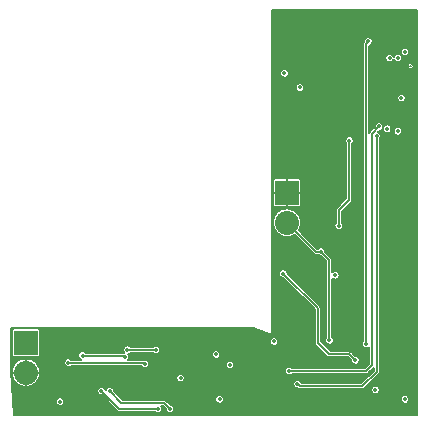
<source format=gbl>
G04 #@! TF.FileFunction,Copper,L4,Bot,Signal*
%FSLAX46Y46*%
G04 Gerber Fmt 4.6, Leading zero omitted, Abs format (unit mm)*
G04 Created by KiCad (PCBNEW (2015-04-30 BZR 5634)-product) date Monday, June 22, 2015 'AMt' 01:30:21 AM*
%MOMM*%
G01*
G04 APERTURE LIST*
%ADD10C,0.100000*%
%ADD11R,2.032000X2.032000*%
%ADD12O,2.032000X2.032000*%
%ADD13C,0.355000*%
%ADD14C,0.127000*%
G04 APERTURE END LIST*
D10*
D11*
X173800000Y-96500000D03*
D12*
X173800000Y-99040000D03*
D11*
X151700000Y-109200000D03*
D12*
X151700000Y-111740000D03*
D13*
X174150000Y-89600000D03*
X174100000Y-84900000D03*
X184300000Y-88500000D03*
X175900000Y-102500000D03*
X176000000Y-100200000D03*
X176800000Y-104400000D03*
X177900000Y-112100000D03*
X164900000Y-109900000D03*
X170400000Y-114300000D03*
X158100000Y-114200000D03*
X154200000Y-112900000D03*
X163900000Y-114800000D03*
X158800000Y-113300000D03*
X162900000Y-114800000D03*
X158100000Y-113300000D03*
X162700000Y-109800000D03*
X160300000Y-109800000D03*
X178200000Y-99300000D03*
X177900000Y-103500000D03*
X181300000Y-113200000D03*
X169000000Y-111100000D03*
X174900000Y-87600000D03*
X179100000Y-92100000D03*
X173600000Y-86400000D03*
X183500000Y-88500000D03*
X172700000Y-109100000D03*
X179600000Y-110700000D03*
X173500000Y-103350000D03*
X161800000Y-111000000D03*
X155300000Y-110900000D03*
X183200000Y-91300000D03*
X167800000Y-110200000D03*
X160100000Y-110400000D03*
X156500000Y-110300000D03*
X164800000Y-112200000D03*
X182300000Y-91100000D03*
X168100000Y-114000000D03*
X183800000Y-84600000D03*
X154600000Y-114200000D03*
X183200000Y-85100000D03*
X183800000Y-114000000D03*
X182500000Y-85100000D03*
X174700000Y-112700000D03*
X181400000Y-91700000D03*
X174000000Y-111600000D03*
X181600000Y-90900000D03*
X180500000Y-109300000D03*
X180700000Y-83700000D03*
X176700000Y-101500000D03*
X177400000Y-109000000D03*
D14*
X184255635Y-85755635D02*
X184300000Y-85800000D01*
X173800000Y-96500000D02*
X173800000Y-89950000D01*
X174150000Y-89600000D02*
X174100000Y-89550000D01*
X174100000Y-89550000D02*
X174100000Y-84900000D01*
X173800000Y-89950000D02*
X174150000Y-89600000D01*
X164900000Y-109900000D02*
X169300000Y-114300000D01*
X169300000Y-114300000D02*
X170400000Y-114300000D01*
X153140000Y-111740000D02*
X154200000Y-112800000D01*
X154200000Y-112800000D02*
X154200000Y-112900000D01*
X151700000Y-111740000D02*
X153140000Y-111740000D01*
X163400000Y-114300000D02*
X163900000Y-114800000D01*
X159800000Y-114300000D02*
X163400000Y-114300000D01*
X158800000Y-113300000D02*
X159800000Y-114300000D01*
X159600000Y-114800000D02*
X162900000Y-114800000D01*
X158100000Y-113300000D02*
X159600000Y-114800000D01*
X160300000Y-109800000D02*
X162700000Y-109800000D01*
X178200000Y-99300000D02*
X178200000Y-99200000D01*
X173600000Y-86400000D02*
X173500000Y-86400000D01*
X179100000Y-97100000D02*
X178200000Y-98000000D01*
X178200000Y-98000000D02*
X178200000Y-99300000D01*
X179100000Y-92100000D02*
X179100000Y-97100000D01*
X176400000Y-106250000D02*
X173500000Y-103350000D01*
X176400000Y-106250000D02*
X176400000Y-109200000D01*
X176400000Y-109200000D02*
X177400000Y-110200000D01*
X177400000Y-110200000D02*
X179100000Y-110200000D01*
X179100000Y-110200000D02*
X179600000Y-110700000D01*
X161800000Y-111000000D02*
X161700000Y-110900000D01*
X161700000Y-110900000D02*
X155300000Y-110900000D01*
X160100000Y-110400000D02*
X160000000Y-110300000D01*
X160000000Y-110300000D02*
X156500000Y-110300000D01*
X174700000Y-112700000D02*
X174900000Y-112900000D01*
X174900000Y-112900000D02*
X180200000Y-112900000D01*
X180200000Y-112900000D02*
X181400000Y-111700000D01*
X181400000Y-111700000D02*
X181400000Y-91700000D01*
X180500000Y-111600000D02*
X174000000Y-111600000D01*
X181000000Y-111100000D02*
X180500000Y-111600000D01*
X181000000Y-91500000D02*
X181000000Y-111100000D01*
X181600000Y-90900000D02*
X181000000Y-91500000D01*
X180500000Y-83900000D02*
X180500000Y-109300000D01*
X180700000Y-83700000D02*
X180500000Y-83900000D01*
X176700000Y-101500000D02*
X177400000Y-102200000D01*
X177400000Y-102200000D02*
X177400000Y-109000000D01*
X176260000Y-101500000D02*
X173800000Y-99040000D01*
X176700000Y-101500000D02*
X176260000Y-101500000D01*
G36*
X184836500Y-115336500D02*
X184553986Y-115336500D01*
X184553986Y-85802660D01*
X184549666Y-85753277D01*
X184535835Y-85705673D01*
X184513023Y-85661663D01*
X184482095Y-85622920D01*
X184479605Y-85620395D01*
X184435240Y-85576030D01*
X184396934Y-85544564D01*
X184353246Y-85521139D01*
X184305840Y-85506646D01*
X184256522Y-85501637D01*
X184207169Y-85506301D01*
X184168016Y-85517973D01*
X184168016Y-84563916D01*
X184153999Y-84493122D01*
X184126497Y-84426398D01*
X184086560Y-84366288D01*
X184035707Y-84315079D01*
X183975877Y-84274723D01*
X183909347Y-84246756D01*
X183838653Y-84232245D01*
X183766486Y-84231741D01*
X183695595Y-84245264D01*
X183628682Y-84272299D01*
X183568294Y-84311816D01*
X183516731Y-84362309D01*
X183475958Y-84421857D01*
X183447528Y-84488189D01*
X183432524Y-84558781D01*
X183431516Y-84630942D01*
X183444544Y-84701925D01*
X183471111Y-84769026D01*
X183510205Y-84829689D01*
X183560338Y-84881602D01*
X183619599Y-84922790D01*
X183685731Y-84951683D01*
X183756216Y-84967180D01*
X183828369Y-84968691D01*
X183899441Y-84956159D01*
X183966726Y-84930061D01*
X184027660Y-84891391D01*
X184079922Y-84841623D01*
X184121523Y-84782650D01*
X184150876Y-84716721D01*
X184166865Y-84646346D01*
X184168016Y-84563916D01*
X184168016Y-85517973D01*
X184159664Y-85520464D01*
X184115813Y-85543584D01*
X184077288Y-85574780D01*
X184045556Y-85612866D01*
X184021827Y-85656389D01*
X184007003Y-85703693D01*
X184001649Y-85752975D01*
X184005969Y-85802358D01*
X184019800Y-85849962D01*
X184042613Y-85893973D01*
X184073540Y-85932715D01*
X184076030Y-85935240D01*
X184120395Y-85979605D01*
X184158701Y-86011071D01*
X184202389Y-86034496D01*
X184249795Y-86048989D01*
X184299114Y-86053999D01*
X184348466Y-86049334D01*
X184395972Y-86035171D01*
X184439822Y-86012052D01*
X184478347Y-85980855D01*
X184510079Y-85942769D01*
X184533809Y-85899246D01*
X184548632Y-85851942D01*
X184553986Y-85802660D01*
X184553986Y-115336500D01*
X184168016Y-115336500D01*
X184168016Y-113963916D01*
X184153999Y-113893122D01*
X184126497Y-113826398D01*
X184086560Y-113766288D01*
X184035707Y-113715079D01*
X183975877Y-113674723D01*
X183909347Y-113646756D01*
X183868016Y-113638272D01*
X183868016Y-88463916D01*
X183853999Y-88393122D01*
X183826497Y-88326398D01*
X183786560Y-88266288D01*
X183735707Y-88215079D01*
X183675877Y-88174723D01*
X183609347Y-88146756D01*
X183568016Y-88138272D01*
X183568016Y-85063916D01*
X183553999Y-84993122D01*
X183526497Y-84926398D01*
X183486560Y-84866288D01*
X183435707Y-84815079D01*
X183375877Y-84774723D01*
X183309347Y-84746756D01*
X183238653Y-84732245D01*
X183166486Y-84731741D01*
X183095595Y-84745264D01*
X183028682Y-84772299D01*
X182968294Y-84811816D01*
X182916731Y-84862309D01*
X182875958Y-84921857D01*
X182849790Y-84982910D01*
X182826497Y-84926398D01*
X182786560Y-84866288D01*
X182735707Y-84815079D01*
X182675877Y-84774723D01*
X182609347Y-84746756D01*
X182538653Y-84732245D01*
X182466486Y-84731741D01*
X182395595Y-84745264D01*
X182328682Y-84772299D01*
X182268294Y-84811816D01*
X182216731Y-84862309D01*
X182175958Y-84921857D01*
X182147528Y-84988189D01*
X182132524Y-85058781D01*
X182131516Y-85130942D01*
X182144544Y-85201925D01*
X182171111Y-85269026D01*
X182210205Y-85329689D01*
X182260338Y-85381602D01*
X182319599Y-85422790D01*
X182385731Y-85451683D01*
X182456216Y-85467180D01*
X182528369Y-85468691D01*
X182599441Y-85456159D01*
X182666726Y-85430061D01*
X182727660Y-85391391D01*
X182779922Y-85341623D01*
X182821523Y-85282650D01*
X182850625Y-85217284D01*
X182871111Y-85269026D01*
X182910205Y-85329689D01*
X182960338Y-85381602D01*
X183019599Y-85422790D01*
X183085731Y-85451683D01*
X183156216Y-85467180D01*
X183228369Y-85468691D01*
X183299441Y-85456159D01*
X183366726Y-85430061D01*
X183427660Y-85391391D01*
X183479922Y-85341623D01*
X183521523Y-85282650D01*
X183550876Y-85216721D01*
X183566865Y-85146346D01*
X183568016Y-85063916D01*
X183568016Y-88138272D01*
X183538653Y-88132245D01*
X183466486Y-88131741D01*
X183395595Y-88145264D01*
X183328682Y-88172299D01*
X183268294Y-88211816D01*
X183216731Y-88262309D01*
X183175958Y-88321857D01*
X183147528Y-88388189D01*
X183132524Y-88458781D01*
X183131516Y-88530942D01*
X183144544Y-88601925D01*
X183171111Y-88669026D01*
X183210205Y-88729689D01*
X183260338Y-88781602D01*
X183319599Y-88822790D01*
X183385731Y-88851683D01*
X183456216Y-88867180D01*
X183528369Y-88868691D01*
X183599441Y-88856159D01*
X183666726Y-88830061D01*
X183727660Y-88791391D01*
X183779922Y-88741623D01*
X183821523Y-88682650D01*
X183850876Y-88616721D01*
X183866865Y-88546346D01*
X183868016Y-88463916D01*
X183868016Y-113638272D01*
X183838653Y-113632245D01*
X183766486Y-113631741D01*
X183695595Y-113645264D01*
X183628682Y-113672299D01*
X183568294Y-113711816D01*
X183568016Y-113712088D01*
X183568016Y-91263916D01*
X183553999Y-91193122D01*
X183526497Y-91126398D01*
X183486560Y-91066288D01*
X183435707Y-91015079D01*
X183375877Y-90974723D01*
X183309347Y-90946756D01*
X183238653Y-90932245D01*
X183166486Y-90931741D01*
X183095595Y-90945264D01*
X183028682Y-90972299D01*
X182968294Y-91011816D01*
X182916731Y-91062309D01*
X182875958Y-91121857D01*
X182847528Y-91188189D01*
X182832524Y-91258781D01*
X182831516Y-91330942D01*
X182844544Y-91401925D01*
X182871111Y-91469026D01*
X182910205Y-91529689D01*
X182960338Y-91581602D01*
X183019599Y-91622790D01*
X183085731Y-91651683D01*
X183156216Y-91667180D01*
X183228369Y-91668691D01*
X183299441Y-91656159D01*
X183366726Y-91630061D01*
X183427660Y-91591391D01*
X183479922Y-91541623D01*
X183521523Y-91482650D01*
X183550876Y-91416721D01*
X183566865Y-91346346D01*
X183568016Y-91263916D01*
X183568016Y-113712088D01*
X183516731Y-113762309D01*
X183475958Y-113821857D01*
X183447528Y-113888189D01*
X183432524Y-113958781D01*
X183431516Y-114030942D01*
X183444544Y-114101925D01*
X183471111Y-114169026D01*
X183510205Y-114229689D01*
X183560338Y-114281602D01*
X183619599Y-114322790D01*
X183685731Y-114351683D01*
X183756216Y-114367180D01*
X183828369Y-114368691D01*
X183899441Y-114356159D01*
X183966726Y-114330061D01*
X184027660Y-114291391D01*
X184079922Y-114241623D01*
X184121523Y-114182650D01*
X184150876Y-114116721D01*
X184166865Y-114046346D01*
X184168016Y-113963916D01*
X184168016Y-115336500D01*
X182668016Y-115336500D01*
X182668016Y-91063916D01*
X182653999Y-90993122D01*
X182626497Y-90926398D01*
X182586560Y-90866288D01*
X182535707Y-90815079D01*
X182475877Y-90774723D01*
X182409347Y-90746756D01*
X182338653Y-90732245D01*
X182266486Y-90731741D01*
X182195595Y-90745264D01*
X182128682Y-90772299D01*
X182068294Y-90811816D01*
X182016731Y-90862309D01*
X181975958Y-90921857D01*
X181966912Y-90942962D01*
X181968016Y-90863916D01*
X181953999Y-90793122D01*
X181926497Y-90726398D01*
X181886560Y-90666288D01*
X181835707Y-90615079D01*
X181775877Y-90574723D01*
X181709347Y-90546756D01*
X181638653Y-90532245D01*
X181566486Y-90531741D01*
X181495595Y-90545264D01*
X181428682Y-90572299D01*
X181368294Y-90611816D01*
X181316731Y-90662309D01*
X181275958Y-90721857D01*
X181247528Y-90788189D01*
X181232524Y-90858781D01*
X181231822Y-90908967D01*
X180820395Y-91320395D01*
X180805488Y-91338541D01*
X180790421Y-91356498D01*
X180789778Y-91357667D01*
X180788929Y-91358701D01*
X180777808Y-91379440D01*
X180766540Y-91399939D01*
X180766137Y-91401207D01*
X180765504Y-91402389D01*
X180758623Y-91424894D01*
X180754000Y-91439469D01*
X180754000Y-84064171D01*
X180799441Y-84056159D01*
X180866726Y-84030061D01*
X180927660Y-83991391D01*
X180979922Y-83941623D01*
X181021523Y-83882650D01*
X181050876Y-83816721D01*
X181066865Y-83746346D01*
X181068016Y-83663916D01*
X181053999Y-83593122D01*
X181026497Y-83526398D01*
X180986560Y-83466288D01*
X180935707Y-83415079D01*
X180875877Y-83374723D01*
X180809347Y-83346756D01*
X180738653Y-83332245D01*
X180666486Y-83331741D01*
X180595595Y-83345264D01*
X180528682Y-83372299D01*
X180468294Y-83411816D01*
X180416731Y-83462309D01*
X180375958Y-83521857D01*
X180347528Y-83588189D01*
X180332524Y-83658781D01*
X180331822Y-83708967D01*
X180320395Y-83720395D01*
X180305488Y-83738541D01*
X180290421Y-83756498D01*
X180289778Y-83757667D01*
X180288929Y-83758701D01*
X180277808Y-83779440D01*
X180266540Y-83799939D01*
X180266137Y-83801207D01*
X180265504Y-83802389D01*
X180258623Y-83824894D01*
X180251551Y-83847190D01*
X180251402Y-83848514D01*
X180251011Y-83849795D01*
X180248638Y-83873159D01*
X180246025Y-83896454D01*
X180246006Y-83899067D01*
X180246002Y-83899113D01*
X180246005Y-83899154D01*
X180246000Y-83900000D01*
X180246000Y-109033647D01*
X180216731Y-109062309D01*
X180175958Y-109121857D01*
X180147528Y-109188189D01*
X180132524Y-109258781D01*
X180131516Y-109330942D01*
X180144544Y-109401925D01*
X180171111Y-109469026D01*
X180210205Y-109529689D01*
X180260338Y-109581602D01*
X180319599Y-109622790D01*
X180385731Y-109651683D01*
X180456216Y-109667180D01*
X180528369Y-109668691D01*
X180599441Y-109656159D01*
X180666726Y-109630061D01*
X180727660Y-109591391D01*
X180746000Y-109573926D01*
X180746000Y-110994790D01*
X180394790Y-111346000D01*
X179968016Y-111346000D01*
X179968016Y-110663916D01*
X179953999Y-110593122D01*
X179926497Y-110526398D01*
X179886560Y-110466288D01*
X179835707Y-110415079D01*
X179775877Y-110374723D01*
X179709347Y-110346756D01*
X179638653Y-110332245D01*
X179591123Y-110331913D01*
X179468016Y-110208806D01*
X179468016Y-92063916D01*
X179453999Y-91993122D01*
X179426497Y-91926398D01*
X179386560Y-91866288D01*
X179335707Y-91815079D01*
X179275877Y-91774723D01*
X179209347Y-91746756D01*
X179138653Y-91732245D01*
X179066486Y-91731741D01*
X178995595Y-91745264D01*
X178928682Y-91772299D01*
X178868294Y-91811816D01*
X178816731Y-91862309D01*
X178775958Y-91921857D01*
X178747528Y-91988189D01*
X178732524Y-92058781D01*
X178731516Y-92130942D01*
X178744544Y-92201925D01*
X178771111Y-92269026D01*
X178810205Y-92329689D01*
X178846000Y-92366754D01*
X178846000Y-96994790D01*
X178020395Y-97820395D01*
X178005488Y-97838541D01*
X177990421Y-97856498D01*
X177989778Y-97857667D01*
X177988929Y-97858701D01*
X177977808Y-97879440D01*
X177966540Y-97899939D01*
X177966137Y-97901207D01*
X177965504Y-97902389D01*
X177958623Y-97924894D01*
X177951551Y-97947190D01*
X177951402Y-97948514D01*
X177951011Y-97949795D01*
X177948638Y-97973159D01*
X177946025Y-97996454D01*
X177946006Y-97999067D01*
X177946002Y-97999113D01*
X177946005Y-97999154D01*
X177946000Y-98000000D01*
X177946000Y-99033647D01*
X177916731Y-99062309D01*
X177875958Y-99121857D01*
X177847528Y-99188189D01*
X177832524Y-99258781D01*
X177831516Y-99330942D01*
X177844544Y-99401925D01*
X177871111Y-99469026D01*
X177910205Y-99529689D01*
X177960338Y-99581602D01*
X178019599Y-99622790D01*
X178085731Y-99651683D01*
X178156216Y-99667180D01*
X178228369Y-99668691D01*
X178299441Y-99656159D01*
X178366726Y-99630061D01*
X178427660Y-99591391D01*
X178479922Y-99541623D01*
X178521523Y-99482650D01*
X178550876Y-99416721D01*
X178566865Y-99346346D01*
X178568016Y-99263916D01*
X178553999Y-99193122D01*
X178526497Y-99126398D01*
X178486560Y-99066288D01*
X178454000Y-99033500D01*
X178454000Y-98105210D01*
X179279605Y-97279605D01*
X179294511Y-97261458D01*
X179309579Y-97243502D01*
X179310221Y-97242332D01*
X179311071Y-97241299D01*
X179322191Y-97220559D01*
X179333460Y-97200061D01*
X179333862Y-97198792D01*
X179334496Y-97197611D01*
X179341363Y-97175147D01*
X179348449Y-97152810D01*
X179348598Y-97151480D01*
X179348988Y-97150205D01*
X179351356Y-97126890D01*
X179353975Y-97103546D01*
X179353993Y-97100931D01*
X179353998Y-97100887D01*
X179353994Y-97100845D01*
X179354000Y-97100000D01*
X179354000Y-92366307D01*
X179379922Y-92341623D01*
X179421523Y-92282650D01*
X179450876Y-92216721D01*
X179466865Y-92146346D01*
X179468016Y-92063916D01*
X179468016Y-110208806D01*
X179279605Y-110020395D01*
X179261458Y-110005488D01*
X179243502Y-109990421D01*
X179242332Y-109989778D01*
X179241299Y-109988929D01*
X179220559Y-109977808D01*
X179200061Y-109966540D01*
X179198792Y-109966137D01*
X179197611Y-109965504D01*
X179175105Y-109958623D01*
X179152810Y-109951551D01*
X179151485Y-109951402D01*
X179150205Y-109951011D01*
X179126840Y-109948638D01*
X179103546Y-109946025D01*
X179100932Y-109946006D01*
X179100887Y-109946002D01*
X179100845Y-109946005D01*
X179100000Y-109946000D01*
X178268016Y-109946000D01*
X178268016Y-103463916D01*
X178253999Y-103393122D01*
X178226497Y-103326398D01*
X178186560Y-103266288D01*
X178135707Y-103215079D01*
X178075877Y-103174723D01*
X178009347Y-103146756D01*
X177938653Y-103132245D01*
X177866486Y-103131741D01*
X177795595Y-103145264D01*
X177728682Y-103172299D01*
X177668294Y-103211816D01*
X177654000Y-103225813D01*
X177654000Y-102200000D01*
X177651706Y-102176603D01*
X177649666Y-102153276D01*
X177649293Y-102151993D01*
X177649163Y-102150664D01*
X177642373Y-102128175D01*
X177635835Y-102105672D01*
X177635221Y-102104488D01*
X177634835Y-102103208D01*
X177623804Y-102082462D01*
X177613022Y-102061662D01*
X177612189Y-102060619D01*
X177611562Y-102059439D01*
X177596698Y-102041214D01*
X177582094Y-102022920D01*
X177580264Y-102021063D01*
X177580231Y-102021023D01*
X177580193Y-102020991D01*
X177579605Y-102020395D01*
X177067397Y-101508187D01*
X177068016Y-101463916D01*
X177053999Y-101393122D01*
X177026497Y-101326398D01*
X176986560Y-101266288D01*
X176935707Y-101215079D01*
X176875877Y-101174723D01*
X176809347Y-101146756D01*
X176738653Y-101132245D01*
X176666486Y-101131741D01*
X176595595Y-101145264D01*
X176528682Y-101172299D01*
X176468294Y-101211816D01*
X176433385Y-101246000D01*
X176365210Y-101246000D01*
X175268016Y-100148806D01*
X175268016Y-87563916D01*
X175253999Y-87493122D01*
X175226497Y-87426398D01*
X175186560Y-87366288D01*
X175135707Y-87315079D01*
X175075877Y-87274723D01*
X175009347Y-87246756D01*
X174938653Y-87232245D01*
X174866486Y-87231741D01*
X174795595Y-87245264D01*
X174728682Y-87272299D01*
X174668294Y-87311816D01*
X174616731Y-87362309D01*
X174575958Y-87421857D01*
X174547528Y-87488189D01*
X174532524Y-87558781D01*
X174531516Y-87630942D01*
X174544544Y-87701925D01*
X174571111Y-87769026D01*
X174610205Y-87829689D01*
X174660338Y-87881602D01*
X174719599Y-87922790D01*
X174785731Y-87951683D01*
X174856216Y-87967180D01*
X174928369Y-87968691D01*
X174999441Y-87956159D01*
X175066726Y-87930061D01*
X175127660Y-87891391D01*
X175179922Y-87841623D01*
X175221523Y-87782650D01*
X175250876Y-87716721D01*
X175266865Y-87646346D01*
X175268016Y-87563916D01*
X175268016Y-100148806D01*
X174815829Y-99696619D01*
X174918066Y-99507538D01*
X174987696Y-99282601D01*
X175012309Y-99048423D01*
X175007500Y-98995580D01*
X175007500Y-97534861D01*
X175007500Y-97497139D01*
X175007500Y-96548375D01*
X175007500Y-96451625D01*
X175007500Y-95502861D01*
X175007500Y-95465139D01*
X175000141Y-95428141D01*
X174985705Y-95393291D01*
X174964748Y-95361926D01*
X174938074Y-95335252D01*
X174906709Y-95314295D01*
X174871858Y-95299859D01*
X174834861Y-95292500D01*
X173968016Y-95292500D01*
X173968016Y-86363916D01*
X173953999Y-86293122D01*
X173926497Y-86226398D01*
X173886560Y-86166288D01*
X173835707Y-86115079D01*
X173775877Y-86074723D01*
X173709347Y-86046756D01*
X173638653Y-86032245D01*
X173566486Y-86031741D01*
X173495595Y-86045264D01*
X173428682Y-86072299D01*
X173368294Y-86111816D01*
X173316731Y-86162309D01*
X173275958Y-86221857D01*
X173247528Y-86288189D01*
X173232524Y-86358781D01*
X173231516Y-86430942D01*
X173244544Y-86501925D01*
X173271111Y-86569026D01*
X173310205Y-86629689D01*
X173360338Y-86681602D01*
X173419599Y-86722790D01*
X173485731Y-86751683D01*
X173556216Y-86767180D01*
X173628369Y-86768691D01*
X173699441Y-86756159D01*
X173766726Y-86730061D01*
X173827660Y-86691391D01*
X173879922Y-86641623D01*
X173921523Y-86582650D01*
X173950876Y-86516721D01*
X173966865Y-86446346D01*
X173968016Y-86363916D01*
X173968016Y-95292500D01*
X173848375Y-95292500D01*
X173800500Y-95340375D01*
X173800500Y-96499500D01*
X174959625Y-96499500D01*
X175007500Y-96451625D01*
X175007500Y-96548375D01*
X174959625Y-96500500D01*
X173800500Y-96500500D01*
X173800500Y-97659625D01*
X173848375Y-97707500D01*
X174834861Y-97707500D01*
X174871858Y-97700141D01*
X174906709Y-97685705D01*
X174938074Y-97664748D01*
X174964748Y-97638074D01*
X174985705Y-97606709D01*
X175000141Y-97571859D01*
X175007500Y-97534861D01*
X175007500Y-98995580D01*
X174990968Y-98813924D01*
X174924485Y-98588037D01*
X174815394Y-98379365D01*
X174667849Y-98195856D01*
X174487471Y-98044501D01*
X174281129Y-97931063D01*
X174056683Y-97859865D01*
X173822683Y-97833618D01*
X173805838Y-97833500D01*
X173799500Y-97833500D01*
X173799500Y-97659625D01*
X173799500Y-96500500D01*
X173799500Y-96499500D01*
X173799500Y-95340375D01*
X173751625Y-95292500D01*
X172765139Y-95292500D01*
X172728142Y-95299859D01*
X172693291Y-95314295D01*
X172661926Y-95335252D01*
X172635252Y-95361926D01*
X172614295Y-95393291D01*
X172599859Y-95428141D01*
X172592500Y-95465139D01*
X172592500Y-95502861D01*
X172592500Y-96451625D01*
X172640375Y-96499500D01*
X173799500Y-96499500D01*
X173799500Y-96500500D01*
X172640375Y-96500500D01*
X172592500Y-96548375D01*
X172592500Y-97497139D01*
X172592500Y-97534861D01*
X172599859Y-97571859D01*
X172614295Y-97606709D01*
X172635252Y-97638074D01*
X172661926Y-97664748D01*
X172693291Y-97685705D01*
X172728142Y-97700141D01*
X172765139Y-97707500D01*
X173751625Y-97707500D01*
X173799500Y-97659625D01*
X173799500Y-97833500D01*
X173794162Y-97833500D01*
X173559818Y-97856478D01*
X173334401Y-97924535D01*
X173126495Y-98035081D01*
X172944021Y-98183903D01*
X172793928Y-98365334D01*
X172681934Y-98572462D01*
X172612304Y-98797399D01*
X172587691Y-99031577D01*
X172609032Y-99266076D01*
X172675515Y-99491963D01*
X172784606Y-99700635D01*
X172932151Y-99884144D01*
X173112529Y-100035499D01*
X173318871Y-100148937D01*
X173543317Y-100220135D01*
X173777317Y-100246382D01*
X173794162Y-100246500D01*
X173805838Y-100246500D01*
X174040182Y-100223522D01*
X174265599Y-100155465D01*
X174455357Y-100054567D01*
X176080395Y-101679605D01*
X176098514Y-101694488D01*
X176116498Y-101709579D01*
X176117670Y-101710223D01*
X176118701Y-101711070D01*
X176139367Y-101722150D01*
X176159939Y-101733460D01*
X176161211Y-101733863D01*
X176162389Y-101734495D01*
X176184819Y-101741352D01*
X176207190Y-101748449D01*
X176208518Y-101748598D01*
X176209794Y-101748988D01*
X176233114Y-101751356D01*
X176256454Y-101753975D01*
X176259068Y-101753993D01*
X176259113Y-101753998D01*
X176259154Y-101753994D01*
X176260000Y-101754000D01*
X176433682Y-101754000D01*
X176460338Y-101781602D01*
X176519599Y-101822790D01*
X176585731Y-101851683D01*
X176656216Y-101867180D01*
X176709076Y-101868286D01*
X177146000Y-102305210D01*
X177146000Y-108733647D01*
X177116731Y-108762309D01*
X177075958Y-108821857D01*
X177047528Y-108888189D01*
X177032524Y-108958781D01*
X177031516Y-109030942D01*
X177044544Y-109101925D01*
X177071111Y-109169026D01*
X177110205Y-109229689D01*
X177160338Y-109281602D01*
X177219599Y-109322790D01*
X177285731Y-109351683D01*
X177356216Y-109367180D01*
X177428369Y-109368691D01*
X177499441Y-109356159D01*
X177566726Y-109330061D01*
X177627660Y-109291391D01*
X177679922Y-109241623D01*
X177721523Y-109182650D01*
X177750876Y-109116721D01*
X177766865Y-109046346D01*
X177768016Y-108963916D01*
X177753999Y-108893122D01*
X177726497Y-108826398D01*
X177686560Y-108766288D01*
X177654000Y-108733500D01*
X177654000Y-103775038D01*
X177660338Y-103781602D01*
X177719599Y-103822790D01*
X177785731Y-103851683D01*
X177856216Y-103867180D01*
X177928369Y-103868691D01*
X177999441Y-103856159D01*
X178066726Y-103830061D01*
X178127660Y-103791391D01*
X178179922Y-103741623D01*
X178221523Y-103682650D01*
X178250876Y-103616721D01*
X178266865Y-103546346D01*
X178268016Y-103463916D01*
X178268016Y-109946000D01*
X177505210Y-109946000D01*
X176654000Y-109094790D01*
X176654000Y-106250000D01*
X176651706Y-106226603D01*
X176649666Y-106203276D01*
X176649293Y-106201993D01*
X176649163Y-106200664D01*
X176642373Y-106178175D01*
X176635835Y-106155672D01*
X176635221Y-106154488D01*
X176634835Y-106153208D01*
X176623804Y-106132462D01*
X176613022Y-106111662D01*
X176612189Y-106110619D01*
X176611562Y-106109439D01*
X176596723Y-106091245D01*
X176582095Y-106072920D01*
X176580263Y-106071062D01*
X176580231Y-106071023D01*
X176580194Y-106070992D01*
X176579605Y-106070395D01*
X173867397Y-103358187D01*
X173868016Y-103313916D01*
X173853999Y-103243122D01*
X173826497Y-103176398D01*
X173786560Y-103116288D01*
X173735707Y-103065079D01*
X173675877Y-103024723D01*
X173609347Y-102996756D01*
X173538653Y-102982245D01*
X173466486Y-102981741D01*
X173395595Y-102995264D01*
X173328682Y-103022299D01*
X173268294Y-103061816D01*
X173216731Y-103112309D01*
X173175958Y-103171857D01*
X173147528Y-103238189D01*
X173132524Y-103308781D01*
X173131516Y-103380942D01*
X173144544Y-103451925D01*
X173171111Y-103519026D01*
X173210205Y-103579689D01*
X173260338Y-103631602D01*
X173319599Y-103672790D01*
X173385731Y-103701683D01*
X173456216Y-103717180D01*
X173509076Y-103718286D01*
X176146000Y-106355210D01*
X176146000Y-109200000D01*
X176148289Y-109223355D01*
X176150334Y-109246723D01*
X176150706Y-109248005D01*
X176150837Y-109249336D01*
X176157634Y-109271850D01*
X176164165Y-109294327D01*
X176164777Y-109295508D01*
X176165165Y-109296792D01*
X176176205Y-109317555D01*
X176186978Y-109338338D01*
X176187810Y-109339380D01*
X176188438Y-109340561D01*
X176203276Y-109358754D01*
X176217905Y-109377080D01*
X176219736Y-109378937D01*
X176219769Y-109378977D01*
X176219805Y-109379007D01*
X176220395Y-109379605D01*
X177220395Y-110379605D01*
X177238541Y-110394511D01*
X177256498Y-110409579D01*
X177257667Y-110410221D01*
X177258701Y-110411071D01*
X177279440Y-110422191D01*
X177299939Y-110433460D01*
X177301207Y-110433862D01*
X177302389Y-110434496D01*
X177324894Y-110441376D01*
X177347190Y-110448449D01*
X177348514Y-110448597D01*
X177349795Y-110448989D01*
X177373199Y-110451366D01*
X177396454Y-110453975D01*
X177399058Y-110453993D01*
X177399114Y-110453999D01*
X177399165Y-110453994D01*
X177400000Y-110454000D01*
X178994790Y-110454000D01*
X179232070Y-110691280D01*
X179231516Y-110730942D01*
X179244544Y-110801925D01*
X179271111Y-110869026D01*
X179310205Y-110929689D01*
X179360338Y-110981602D01*
X179419599Y-111022790D01*
X179485731Y-111051683D01*
X179556216Y-111067180D01*
X179628369Y-111068691D01*
X179699441Y-111056159D01*
X179766726Y-111030061D01*
X179827660Y-110991391D01*
X179879922Y-110941623D01*
X179921523Y-110882650D01*
X179950876Y-110816721D01*
X179966865Y-110746346D01*
X179968016Y-110663916D01*
X179968016Y-111346000D01*
X174266413Y-111346000D01*
X174235707Y-111315079D01*
X174175877Y-111274723D01*
X174109347Y-111246756D01*
X174038653Y-111232245D01*
X173966486Y-111231741D01*
X173895595Y-111245264D01*
X173828682Y-111272299D01*
X173768294Y-111311816D01*
X173716731Y-111362309D01*
X173675958Y-111421857D01*
X173647528Y-111488189D01*
X173632524Y-111558781D01*
X173631516Y-111630942D01*
X173644544Y-111701925D01*
X173671111Y-111769026D01*
X173710205Y-111829689D01*
X173760338Y-111881602D01*
X173819599Y-111922790D01*
X173885731Y-111951683D01*
X173956216Y-111967180D01*
X174028369Y-111968691D01*
X174099441Y-111956159D01*
X174166726Y-111930061D01*
X174227660Y-111891391D01*
X174266924Y-111854000D01*
X180500000Y-111854000D01*
X180523355Y-111851710D01*
X180546723Y-111849666D01*
X180548005Y-111849293D01*
X180549336Y-111849163D01*
X180571850Y-111842365D01*
X180594327Y-111835835D01*
X180595508Y-111835222D01*
X180596792Y-111834835D01*
X180617555Y-111823794D01*
X180638338Y-111813022D01*
X180639380Y-111812189D01*
X180640561Y-111811562D01*
X180658754Y-111796723D01*
X180677080Y-111782095D01*
X180678937Y-111780263D01*
X180678977Y-111780231D01*
X180679007Y-111780194D01*
X180679605Y-111779605D01*
X181146000Y-111313210D01*
X181146000Y-111594790D01*
X180094790Y-112646000D01*
X175064468Y-112646000D01*
X175053999Y-112593122D01*
X175026497Y-112526398D01*
X174986560Y-112466288D01*
X174935707Y-112415079D01*
X174875877Y-112374723D01*
X174809347Y-112346756D01*
X174738653Y-112332245D01*
X174666486Y-112331741D01*
X174595595Y-112345264D01*
X174528682Y-112372299D01*
X174468294Y-112411816D01*
X174416731Y-112462309D01*
X174375958Y-112521857D01*
X174347528Y-112588189D01*
X174332524Y-112658781D01*
X174331516Y-112730942D01*
X174344544Y-112801925D01*
X174371111Y-112869026D01*
X174410205Y-112929689D01*
X174460338Y-112981602D01*
X174519599Y-113022790D01*
X174585731Y-113051683D01*
X174656216Y-113067180D01*
X174709076Y-113068286D01*
X174720395Y-113079605D01*
X174738541Y-113094511D01*
X174756498Y-113109579D01*
X174757667Y-113110221D01*
X174758701Y-113111071D01*
X174779440Y-113122191D01*
X174799939Y-113133460D01*
X174801207Y-113133862D01*
X174802389Y-113134496D01*
X174824894Y-113141376D01*
X174847190Y-113148449D01*
X174848514Y-113148597D01*
X174849795Y-113148989D01*
X174873203Y-113151366D01*
X174896454Y-113153975D01*
X174899057Y-113153993D01*
X174899113Y-113153999D01*
X174899164Y-113153994D01*
X174900000Y-113154000D01*
X180200000Y-113154000D01*
X180223355Y-113151710D01*
X180246723Y-113149666D01*
X180248005Y-113149293D01*
X180249336Y-113149163D01*
X180271850Y-113142365D01*
X180294327Y-113135835D01*
X180295508Y-113135222D01*
X180296792Y-113134835D01*
X180317555Y-113123794D01*
X180338338Y-113113022D01*
X180339380Y-113112189D01*
X180340561Y-113111562D01*
X180358754Y-113096723D01*
X180377080Y-113082095D01*
X180378937Y-113080263D01*
X180378977Y-113080231D01*
X180379007Y-113080194D01*
X180379605Y-113079605D01*
X181579605Y-111879605D01*
X181594488Y-111861485D01*
X181609579Y-111843502D01*
X181610223Y-111842329D01*
X181611070Y-111841299D01*
X181622170Y-111820597D01*
X181633460Y-111800061D01*
X181633862Y-111798792D01*
X181634496Y-111797611D01*
X181641363Y-111775147D01*
X181648449Y-111752810D01*
X181648598Y-111751480D01*
X181648988Y-111750205D01*
X181651356Y-111726890D01*
X181653975Y-111703546D01*
X181653993Y-111700931D01*
X181653998Y-111700887D01*
X181653994Y-111700845D01*
X181654000Y-111700000D01*
X181654000Y-91966307D01*
X181679922Y-91941623D01*
X181721523Y-91882650D01*
X181750876Y-91816721D01*
X181766865Y-91746346D01*
X181768016Y-91663916D01*
X181753999Y-91593122D01*
X181726497Y-91526398D01*
X181686560Y-91466288D01*
X181635707Y-91415079D01*
X181575877Y-91374723D01*
X181511534Y-91347675D01*
X181591295Y-91267914D01*
X181628369Y-91268691D01*
X181699441Y-91256159D01*
X181766726Y-91230061D01*
X181827660Y-91191391D01*
X181879922Y-91141623D01*
X181921523Y-91082650D01*
X181932865Y-91057173D01*
X181932524Y-91058781D01*
X181931516Y-91130942D01*
X181944544Y-91201925D01*
X181971111Y-91269026D01*
X182010205Y-91329689D01*
X182060338Y-91381602D01*
X182119599Y-91422790D01*
X182185731Y-91451683D01*
X182256216Y-91467180D01*
X182328369Y-91468691D01*
X182399441Y-91456159D01*
X182466726Y-91430061D01*
X182527660Y-91391391D01*
X182579922Y-91341623D01*
X182621523Y-91282650D01*
X182650876Y-91216721D01*
X182666865Y-91146346D01*
X182668016Y-91063916D01*
X182668016Y-115336500D01*
X181668016Y-115336500D01*
X181668016Y-113163916D01*
X181653999Y-113093122D01*
X181626497Y-113026398D01*
X181586560Y-112966288D01*
X181535707Y-112915079D01*
X181475877Y-112874723D01*
X181409347Y-112846756D01*
X181338653Y-112832245D01*
X181266486Y-112831741D01*
X181195595Y-112845264D01*
X181128682Y-112872299D01*
X181068294Y-112911816D01*
X181016731Y-112962309D01*
X180975958Y-113021857D01*
X180947528Y-113088189D01*
X180932524Y-113158781D01*
X180931516Y-113230942D01*
X180944544Y-113301925D01*
X180971111Y-113369026D01*
X181010205Y-113429689D01*
X181060338Y-113481602D01*
X181119599Y-113522790D01*
X181185731Y-113551683D01*
X181256216Y-113567180D01*
X181328369Y-113568691D01*
X181399441Y-113556159D01*
X181466726Y-113530061D01*
X181527660Y-113491391D01*
X181579922Y-113441623D01*
X181621523Y-113382650D01*
X181650876Y-113316721D01*
X181666865Y-113246346D01*
X181668016Y-113163916D01*
X181668016Y-115336500D01*
X173068016Y-115336500D01*
X173068016Y-109063916D01*
X173053999Y-108993122D01*
X173026497Y-108926398D01*
X172986560Y-108866288D01*
X172935707Y-108815079D01*
X172875877Y-108774723D01*
X172809347Y-108746756D01*
X172738653Y-108732245D01*
X172666486Y-108731741D01*
X172595595Y-108745264D01*
X172528682Y-108772299D01*
X172468294Y-108811816D01*
X172416731Y-108862309D01*
X172375958Y-108921857D01*
X172347528Y-108988189D01*
X172332524Y-109058781D01*
X172331516Y-109130942D01*
X172344544Y-109201925D01*
X172371111Y-109269026D01*
X172410205Y-109329689D01*
X172460338Y-109381602D01*
X172519599Y-109422790D01*
X172585731Y-109451683D01*
X172656216Y-109467180D01*
X172728369Y-109468691D01*
X172799441Y-109456159D01*
X172866726Y-109430061D01*
X172927660Y-109391391D01*
X172979922Y-109341623D01*
X173021523Y-109282650D01*
X173050876Y-109216721D01*
X173066865Y-109146346D01*
X173068016Y-109063916D01*
X173068016Y-115336500D01*
X169368016Y-115336500D01*
X169368016Y-111063916D01*
X169353999Y-110993122D01*
X169326497Y-110926398D01*
X169286560Y-110866288D01*
X169235707Y-110815079D01*
X169175877Y-110774723D01*
X169109347Y-110746756D01*
X169038653Y-110732245D01*
X168966486Y-110731741D01*
X168895595Y-110745264D01*
X168828682Y-110772299D01*
X168768294Y-110811816D01*
X168716731Y-110862309D01*
X168675958Y-110921857D01*
X168647528Y-110988189D01*
X168632524Y-111058781D01*
X168631516Y-111130942D01*
X168644544Y-111201925D01*
X168671111Y-111269026D01*
X168710205Y-111329689D01*
X168760338Y-111381602D01*
X168819599Y-111422790D01*
X168885731Y-111451683D01*
X168956216Y-111467180D01*
X169028369Y-111468691D01*
X169099441Y-111456159D01*
X169166726Y-111430061D01*
X169227660Y-111391391D01*
X169279922Y-111341623D01*
X169321523Y-111282650D01*
X169350876Y-111216721D01*
X169366865Y-111146346D01*
X169368016Y-111063916D01*
X169368016Y-115336500D01*
X168468016Y-115336500D01*
X168468016Y-113963916D01*
X168453999Y-113893122D01*
X168426497Y-113826398D01*
X168386560Y-113766288D01*
X168335707Y-113715079D01*
X168275877Y-113674723D01*
X168209347Y-113646756D01*
X168168016Y-113638272D01*
X168168016Y-110163916D01*
X168153999Y-110093122D01*
X168126497Y-110026398D01*
X168086560Y-109966288D01*
X168035707Y-109915079D01*
X167975877Y-109874723D01*
X167909347Y-109846756D01*
X167838653Y-109832245D01*
X167766486Y-109831741D01*
X167695595Y-109845264D01*
X167628682Y-109872299D01*
X167568294Y-109911816D01*
X167516731Y-109962309D01*
X167475958Y-110021857D01*
X167447528Y-110088189D01*
X167432524Y-110158781D01*
X167431516Y-110230942D01*
X167444544Y-110301925D01*
X167471111Y-110369026D01*
X167510205Y-110429689D01*
X167560338Y-110481602D01*
X167619599Y-110522790D01*
X167685731Y-110551683D01*
X167756216Y-110567180D01*
X167828369Y-110568691D01*
X167899441Y-110556159D01*
X167966726Y-110530061D01*
X168027660Y-110491391D01*
X168079922Y-110441623D01*
X168121523Y-110382650D01*
X168150876Y-110316721D01*
X168166865Y-110246346D01*
X168168016Y-110163916D01*
X168168016Y-113638272D01*
X168138653Y-113632245D01*
X168066486Y-113631741D01*
X167995595Y-113645264D01*
X167928682Y-113672299D01*
X167868294Y-113711816D01*
X167816731Y-113762309D01*
X167775958Y-113821857D01*
X167747528Y-113888189D01*
X167732524Y-113958781D01*
X167731516Y-114030942D01*
X167744544Y-114101925D01*
X167771111Y-114169026D01*
X167810205Y-114229689D01*
X167860338Y-114281602D01*
X167919599Y-114322790D01*
X167985731Y-114351683D01*
X168056216Y-114367180D01*
X168128369Y-114368691D01*
X168199441Y-114356159D01*
X168266726Y-114330061D01*
X168327660Y-114291391D01*
X168379922Y-114241623D01*
X168421523Y-114182650D01*
X168450876Y-114116721D01*
X168466865Y-114046346D01*
X168468016Y-113963916D01*
X168468016Y-115336500D01*
X165168016Y-115336500D01*
X165168016Y-112163916D01*
X165153999Y-112093122D01*
X165126497Y-112026398D01*
X165086560Y-111966288D01*
X165035707Y-111915079D01*
X164975877Y-111874723D01*
X164909347Y-111846756D01*
X164838653Y-111832245D01*
X164766486Y-111831741D01*
X164695595Y-111845264D01*
X164628682Y-111872299D01*
X164568294Y-111911816D01*
X164516731Y-111962309D01*
X164475958Y-112021857D01*
X164447528Y-112088189D01*
X164432524Y-112158781D01*
X164431516Y-112230942D01*
X164444544Y-112301925D01*
X164471111Y-112369026D01*
X164510205Y-112429689D01*
X164560338Y-112481602D01*
X164619599Y-112522790D01*
X164685731Y-112551683D01*
X164756216Y-112567180D01*
X164828369Y-112568691D01*
X164899441Y-112556159D01*
X164966726Y-112530061D01*
X165027660Y-112491391D01*
X165079922Y-112441623D01*
X165121523Y-112382650D01*
X165150876Y-112316721D01*
X165166865Y-112246346D01*
X165168016Y-112163916D01*
X165168016Y-115336500D01*
X164268016Y-115336500D01*
X164268016Y-114763916D01*
X164253999Y-114693122D01*
X164226497Y-114626398D01*
X164186560Y-114566288D01*
X164135707Y-114515079D01*
X164075877Y-114474723D01*
X164009347Y-114446756D01*
X163938653Y-114432245D01*
X163891123Y-114431913D01*
X163579605Y-114120395D01*
X163561458Y-114105488D01*
X163543502Y-114090421D01*
X163542332Y-114089778D01*
X163541299Y-114088929D01*
X163520559Y-114077808D01*
X163500061Y-114066540D01*
X163498792Y-114066137D01*
X163497611Y-114065504D01*
X163475105Y-114058623D01*
X163452810Y-114051551D01*
X163451485Y-114051402D01*
X163450205Y-114051011D01*
X163426840Y-114048638D01*
X163403546Y-114046025D01*
X163400932Y-114046006D01*
X163400887Y-114046002D01*
X163400845Y-114046005D01*
X163400000Y-114046000D01*
X163068016Y-114046000D01*
X163068016Y-109763916D01*
X163053999Y-109693122D01*
X163026497Y-109626398D01*
X162986560Y-109566288D01*
X162935707Y-109515079D01*
X162875877Y-109474723D01*
X162809347Y-109446756D01*
X162738653Y-109432245D01*
X162666486Y-109431741D01*
X162595595Y-109445264D01*
X162528682Y-109472299D01*
X162468294Y-109511816D01*
X162433385Y-109546000D01*
X160566413Y-109546000D01*
X160535707Y-109515079D01*
X160475877Y-109474723D01*
X160409347Y-109446756D01*
X160338653Y-109432245D01*
X160266486Y-109431741D01*
X160195595Y-109445264D01*
X160128682Y-109472299D01*
X160068294Y-109511816D01*
X160016731Y-109562309D01*
X159975958Y-109621857D01*
X159947528Y-109688189D01*
X159932524Y-109758781D01*
X159931516Y-109830942D01*
X159944544Y-109901925D01*
X159971111Y-109969026D01*
X160010205Y-110029689D01*
X160020633Y-110040487D01*
X159995595Y-110045264D01*
X159993773Y-110046000D01*
X156766413Y-110046000D01*
X156735707Y-110015079D01*
X156675877Y-109974723D01*
X156609347Y-109946756D01*
X156538653Y-109932245D01*
X156466486Y-109931741D01*
X156395595Y-109945264D01*
X156328682Y-109972299D01*
X156268294Y-110011816D01*
X156216731Y-110062309D01*
X156175958Y-110121857D01*
X156147528Y-110188189D01*
X156132524Y-110258781D01*
X156131516Y-110330942D01*
X156144544Y-110401925D01*
X156171111Y-110469026D01*
X156210205Y-110529689D01*
X156260338Y-110581602D01*
X156319599Y-110622790D01*
X156372723Y-110646000D01*
X155566413Y-110646000D01*
X155535707Y-110615079D01*
X155475877Y-110574723D01*
X155409347Y-110546756D01*
X155338653Y-110532245D01*
X155266486Y-110531741D01*
X155195595Y-110545264D01*
X155128682Y-110572299D01*
X155068294Y-110611816D01*
X155016731Y-110662309D01*
X154975958Y-110721857D01*
X154947528Y-110788189D01*
X154932524Y-110858781D01*
X154931516Y-110930942D01*
X154944544Y-111001925D01*
X154971111Y-111069026D01*
X155010205Y-111129689D01*
X155060338Y-111181602D01*
X155119599Y-111222790D01*
X155185731Y-111251683D01*
X155256216Y-111267180D01*
X155328369Y-111268691D01*
X155399441Y-111256159D01*
X155466726Y-111230061D01*
X155527660Y-111191391D01*
X155566924Y-111154000D01*
X161465161Y-111154000D01*
X161471111Y-111169026D01*
X161510205Y-111229689D01*
X161560338Y-111281602D01*
X161619599Y-111322790D01*
X161685731Y-111351683D01*
X161756216Y-111367180D01*
X161828369Y-111368691D01*
X161899441Y-111356159D01*
X161966726Y-111330061D01*
X162027660Y-111291391D01*
X162079922Y-111241623D01*
X162121523Y-111182650D01*
X162150876Y-111116721D01*
X162166865Y-111046346D01*
X162168016Y-110963916D01*
X162153999Y-110893122D01*
X162126497Y-110826398D01*
X162086560Y-110766288D01*
X162035707Y-110715079D01*
X161975877Y-110674723D01*
X161909347Y-110646756D01*
X161838653Y-110632245D01*
X161766486Y-110631741D01*
X161695595Y-110645264D01*
X161693773Y-110646000D01*
X160375325Y-110646000D01*
X160379922Y-110641623D01*
X160421523Y-110582650D01*
X160450876Y-110516721D01*
X160466865Y-110446346D01*
X160468016Y-110363916D01*
X160453999Y-110293122D01*
X160426497Y-110226398D01*
X160386560Y-110166288D01*
X160379919Y-110159601D01*
X160399441Y-110156159D01*
X160466726Y-110130061D01*
X160527660Y-110091391D01*
X160566924Y-110054000D01*
X162433682Y-110054000D01*
X162460338Y-110081602D01*
X162519599Y-110122790D01*
X162585731Y-110151683D01*
X162656216Y-110167180D01*
X162728369Y-110168691D01*
X162799441Y-110156159D01*
X162866726Y-110130061D01*
X162927660Y-110091391D01*
X162979922Y-110041623D01*
X163021523Y-109982650D01*
X163050876Y-109916721D01*
X163066865Y-109846346D01*
X163068016Y-109763916D01*
X163068016Y-114046000D01*
X159905210Y-114046000D01*
X159167397Y-113308187D01*
X159168016Y-113263916D01*
X159153999Y-113193122D01*
X159126497Y-113126398D01*
X159086560Y-113066288D01*
X159035707Y-113015079D01*
X158975877Y-112974723D01*
X158909347Y-112946756D01*
X158838653Y-112932245D01*
X158766486Y-112931741D01*
X158695595Y-112945264D01*
X158628682Y-112972299D01*
X158568294Y-113011816D01*
X158516731Y-113062309D01*
X158475958Y-113121857D01*
X158449790Y-113182910D01*
X158426497Y-113126398D01*
X158386560Y-113066288D01*
X158335707Y-113015079D01*
X158275877Y-112974723D01*
X158209347Y-112946756D01*
X158138653Y-112932245D01*
X158066486Y-112931741D01*
X157995595Y-112945264D01*
X157928682Y-112972299D01*
X157868294Y-113011816D01*
X157816731Y-113062309D01*
X157775958Y-113121857D01*
X157747528Y-113188189D01*
X157732524Y-113258781D01*
X157731516Y-113330942D01*
X157744544Y-113401925D01*
X157771111Y-113469026D01*
X157810205Y-113529689D01*
X157860338Y-113581602D01*
X157919599Y-113622790D01*
X157985731Y-113651683D01*
X158056216Y-113667180D01*
X158109076Y-113668286D01*
X159420395Y-114979605D01*
X159438514Y-114994488D01*
X159456498Y-115009579D01*
X159457670Y-115010223D01*
X159458701Y-115011070D01*
X159479367Y-115022150D01*
X159499939Y-115033460D01*
X159501211Y-115033863D01*
X159502389Y-115034495D01*
X159524819Y-115041352D01*
X159547190Y-115048449D01*
X159548518Y-115048598D01*
X159549794Y-115048988D01*
X159573114Y-115051356D01*
X159596454Y-115053975D01*
X159599068Y-115053993D01*
X159599113Y-115053998D01*
X159599154Y-115053994D01*
X159600000Y-115054000D01*
X162633682Y-115054000D01*
X162660338Y-115081602D01*
X162719599Y-115122790D01*
X162785731Y-115151683D01*
X162856216Y-115167180D01*
X162928369Y-115168691D01*
X162999441Y-115156159D01*
X163066726Y-115130061D01*
X163127660Y-115091391D01*
X163179922Y-115041623D01*
X163221523Y-114982650D01*
X163250876Y-114916721D01*
X163266865Y-114846346D01*
X163268016Y-114763916D01*
X163253999Y-114693122D01*
X163226497Y-114626398D01*
X163186560Y-114566288D01*
X163174357Y-114554000D01*
X163294790Y-114554000D01*
X163532070Y-114791280D01*
X163531516Y-114830942D01*
X163544544Y-114901925D01*
X163571111Y-114969026D01*
X163610205Y-115029689D01*
X163660338Y-115081602D01*
X163719599Y-115122790D01*
X163785731Y-115151683D01*
X163856216Y-115167180D01*
X163928369Y-115168691D01*
X163999441Y-115156159D01*
X164066726Y-115130061D01*
X164127660Y-115091391D01*
X164179922Y-115041623D01*
X164221523Y-114982650D01*
X164250876Y-114916721D01*
X164266865Y-114846346D01*
X164268016Y-114763916D01*
X164268016Y-115336500D01*
X154968016Y-115336500D01*
X154968016Y-114163916D01*
X154953999Y-114093122D01*
X154926497Y-114026398D01*
X154886560Y-113966288D01*
X154835707Y-113915079D01*
X154775877Y-113874723D01*
X154709347Y-113846756D01*
X154638653Y-113832245D01*
X154566486Y-113831741D01*
X154495595Y-113845264D01*
X154428682Y-113872299D01*
X154368294Y-113911816D01*
X154316731Y-113962309D01*
X154275958Y-114021857D01*
X154247528Y-114088189D01*
X154232524Y-114158781D01*
X154231516Y-114230942D01*
X154244544Y-114301925D01*
X154271111Y-114369026D01*
X154310205Y-114429689D01*
X154360338Y-114481602D01*
X154419599Y-114522790D01*
X154485731Y-114551683D01*
X154556216Y-114567180D01*
X154628369Y-114568691D01*
X154699441Y-114556159D01*
X154766726Y-114530061D01*
X154827660Y-114491391D01*
X154879922Y-114441623D01*
X154921523Y-114382650D01*
X154950876Y-114316721D01*
X154966865Y-114246346D01*
X154968016Y-114163916D01*
X154968016Y-115336500D01*
X152907422Y-115336500D01*
X152907422Y-110216000D01*
X152907422Y-108184000D01*
X152904909Y-108153087D01*
X152888868Y-108101788D01*
X152859198Y-108056970D01*
X152818238Y-108022167D01*
X152769217Y-108000124D01*
X152716000Y-107992578D01*
X150684000Y-107992578D01*
X150653087Y-107995091D01*
X150601788Y-108011132D01*
X150556970Y-108040802D01*
X150522167Y-108081762D01*
X150500124Y-108130783D01*
X150492578Y-108184000D01*
X150492578Y-110216000D01*
X150495091Y-110246913D01*
X150511132Y-110298212D01*
X150540802Y-110343030D01*
X150581762Y-110377833D01*
X150630783Y-110399876D01*
X150684000Y-110407422D01*
X152716000Y-110407422D01*
X152746913Y-110404909D01*
X152798212Y-110388868D01*
X152843030Y-110359198D01*
X152877833Y-110318238D01*
X152899876Y-110269217D01*
X152907422Y-110216000D01*
X152907422Y-115336500D01*
X152892555Y-115336500D01*
X152892555Y-111929388D01*
X152892555Y-111550612D01*
X152874253Y-111458601D01*
X152796792Y-111234923D01*
X152677182Y-111030654D01*
X152520019Y-110853645D01*
X152331343Y-110710698D01*
X152118405Y-110607307D01*
X151889388Y-110547445D01*
X151700500Y-110580375D01*
X151700500Y-111739500D01*
X152859625Y-111739500D01*
X152892555Y-111550612D01*
X152892555Y-111929388D01*
X152859625Y-111740500D01*
X151700500Y-111740500D01*
X151700500Y-112899625D01*
X151889388Y-112932555D01*
X152118405Y-112872693D01*
X152331343Y-112769302D01*
X152520019Y-112626355D01*
X152677182Y-112449346D01*
X152796792Y-112245077D01*
X152874253Y-112021399D01*
X152892555Y-111929388D01*
X152892555Y-115336500D01*
X151699500Y-115336500D01*
X151699500Y-112899625D01*
X151699500Y-111740500D01*
X151699500Y-111739500D01*
X151699500Y-110580375D01*
X151510612Y-110547445D01*
X151281595Y-110607307D01*
X151068657Y-110710698D01*
X150879981Y-110853645D01*
X150722818Y-111030654D01*
X150603208Y-111234923D01*
X150525747Y-111458601D01*
X150507445Y-111550612D01*
X150540375Y-111739500D01*
X151699500Y-111739500D01*
X151699500Y-111740500D01*
X150540375Y-111740500D01*
X150507445Y-111929388D01*
X150525747Y-112021399D01*
X150603208Y-112245077D01*
X150722818Y-112449346D01*
X150879981Y-112626355D01*
X151068657Y-112769302D01*
X151281595Y-112872693D01*
X151510612Y-112932555D01*
X151699500Y-112899625D01*
X151699500Y-115336500D01*
X150659916Y-115336500D01*
X150440500Y-111561545D01*
X150440500Y-107940500D01*
X170962573Y-107940500D01*
X172563500Y-108594537D01*
X172563500Y-81063500D01*
X173600000Y-81063500D01*
X184836500Y-81063500D01*
X184836500Y-115336500D01*
X184836500Y-115336500D01*
G37*
X184836500Y-115336500D02*
X184553986Y-115336500D01*
X184553986Y-85802660D01*
X184549666Y-85753277D01*
X184535835Y-85705673D01*
X184513023Y-85661663D01*
X184482095Y-85622920D01*
X184479605Y-85620395D01*
X184435240Y-85576030D01*
X184396934Y-85544564D01*
X184353246Y-85521139D01*
X184305840Y-85506646D01*
X184256522Y-85501637D01*
X184207169Y-85506301D01*
X184168016Y-85517973D01*
X184168016Y-84563916D01*
X184153999Y-84493122D01*
X184126497Y-84426398D01*
X184086560Y-84366288D01*
X184035707Y-84315079D01*
X183975877Y-84274723D01*
X183909347Y-84246756D01*
X183838653Y-84232245D01*
X183766486Y-84231741D01*
X183695595Y-84245264D01*
X183628682Y-84272299D01*
X183568294Y-84311816D01*
X183516731Y-84362309D01*
X183475958Y-84421857D01*
X183447528Y-84488189D01*
X183432524Y-84558781D01*
X183431516Y-84630942D01*
X183444544Y-84701925D01*
X183471111Y-84769026D01*
X183510205Y-84829689D01*
X183560338Y-84881602D01*
X183619599Y-84922790D01*
X183685731Y-84951683D01*
X183756216Y-84967180D01*
X183828369Y-84968691D01*
X183899441Y-84956159D01*
X183966726Y-84930061D01*
X184027660Y-84891391D01*
X184079922Y-84841623D01*
X184121523Y-84782650D01*
X184150876Y-84716721D01*
X184166865Y-84646346D01*
X184168016Y-84563916D01*
X184168016Y-85517973D01*
X184159664Y-85520464D01*
X184115813Y-85543584D01*
X184077288Y-85574780D01*
X184045556Y-85612866D01*
X184021827Y-85656389D01*
X184007003Y-85703693D01*
X184001649Y-85752975D01*
X184005969Y-85802358D01*
X184019800Y-85849962D01*
X184042613Y-85893973D01*
X184073540Y-85932715D01*
X184076030Y-85935240D01*
X184120395Y-85979605D01*
X184158701Y-86011071D01*
X184202389Y-86034496D01*
X184249795Y-86048989D01*
X184299114Y-86053999D01*
X184348466Y-86049334D01*
X184395972Y-86035171D01*
X184439822Y-86012052D01*
X184478347Y-85980855D01*
X184510079Y-85942769D01*
X184533809Y-85899246D01*
X184548632Y-85851942D01*
X184553986Y-85802660D01*
X184553986Y-115336500D01*
X184168016Y-115336500D01*
X184168016Y-113963916D01*
X184153999Y-113893122D01*
X184126497Y-113826398D01*
X184086560Y-113766288D01*
X184035707Y-113715079D01*
X183975877Y-113674723D01*
X183909347Y-113646756D01*
X183868016Y-113638272D01*
X183868016Y-88463916D01*
X183853999Y-88393122D01*
X183826497Y-88326398D01*
X183786560Y-88266288D01*
X183735707Y-88215079D01*
X183675877Y-88174723D01*
X183609347Y-88146756D01*
X183568016Y-88138272D01*
X183568016Y-85063916D01*
X183553999Y-84993122D01*
X183526497Y-84926398D01*
X183486560Y-84866288D01*
X183435707Y-84815079D01*
X183375877Y-84774723D01*
X183309347Y-84746756D01*
X183238653Y-84732245D01*
X183166486Y-84731741D01*
X183095595Y-84745264D01*
X183028682Y-84772299D01*
X182968294Y-84811816D01*
X182916731Y-84862309D01*
X182875958Y-84921857D01*
X182849790Y-84982910D01*
X182826497Y-84926398D01*
X182786560Y-84866288D01*
X182735707Y-84815079D01*
X182675877Y-84774723D01*
X182609347Y-84746756D01*
X182538653Y-84732245D01*
X182466486Y-84731741D01*
X182395595Y-84745264D01*
X182328682Y-84772299D01*
X182268294Y-84811816D01*
X182216731Y-84862309D01*
X182175958Y-84921857D01*
X182147528Y-84988189D01*
X182132524Y-85058781D01*
X182131516Y-85130942D01*
X182144544Y-85201925D01*
X182171111Y-85269026D01*
X182210205Y-85329689D01*
X182260338Y-85381602D01*
X182319599Y-85422790D01*
X182385731Y-85451683D01*
X182456216Y-85467180D01*
X182528369Y-85468691D01*
X182599441Y-85456159D01*
X182666726Y-85430061D01*
X182727660Y-85391391D01*
X182779922Y-85341623D01*
X182821523Y-85282650D01*
X182850625Y-85217284D01*
X182871111Y-85269026D01*
X182910205Y-85329689D01*
X182960338Y-85381602D01*
X183019599Y-85422790D01*
X183085731Y-85451683D01*
X183156216Y-85467180D01*
X183228369Y-85468691D01*
X183299441Y-85456159D01*
X183366726Y-85430061D01*
X183427660Y-85391391D01*
X183479922Y-85341623D01*
X183521523Y-85282650D01*
X183550876Y-85216721D01*
X183566865Y-85146346D01*
X183568016Y-85063916D01*
X183568016Y-88138272D01*
X183538653Y-88132245D01*
X183466486Y-88131741D01*
X183395595Y-88145264D01*
X183328682Y-88172299D01*
X183268294Y-88211816D01*
X183216731Y-88262309D01*
X183175958Y-88321857D01*
X183147528Y-88388189D01*
X183132524Y-88458781D01*
X183131516Y-88530942D01*
X183144544Y-88601925D01*
X183171111Y-88669026D01*
X183210205Y-88729689D01*
X183260338Y-88781602D01*
X183319599Y-88822790D01*
X183385731Y-88851683D01*
X183456216Y-88867180D01*
X183528369Y-88868691D01*
X183599441Y-88856159D01*
X183666726Y-88830061D01*
X183727660Y-88791391D01*
X183779922Y-88741623D01*
X183821523Y-88682650D01*
X183850876Y-88616721D01*
X183866865Y-88546346D01*
X183868016Y-88463916D01*
X183868016Y-113638272D01*
X183838653Y-113632245D01*
X183766486Y-113631741D01*
X183695595Y-113645264D01*
X183628682Y-113672299D01*
X183568294Y-113711816D01*
X183568016Y-113712088D01*
X183568016Y-91263916D01*
X183553999Y-91193122D01*
X183526497Y-91126398D01*
X183486560Y-91066288D01*
X183435707Y-91015079D01*
X183375877Y-90974723D01*
X183309347Y-90946756D01*
X183238653Y-90932245D01*
X183166486Y-90931741D01*
X183095595Y-90945264D01*
X183028682Y-90972299D01*
X182968294Y-91011816D01*
X182916731Y-91062309D01*
X182875958Y-91121857D01*
X182847528Y-91188189D01*
X182832524Y-91258781D01*
X182831516Y-91330942D01*
X182844544Y-91401925D01*
X182871111Y-91469026D01*
X182910205Y-91529689D01*
X182960338Y-91581602D01*
X183019599Y-91622790D01*
X183085731Y-91651683D01*
X183156216Y-91667180D01*
X183228369Y-91668691D01*
X183299441Y-91656159D01*
X183366726Y-91630061D01*
X183427660Y-91591391D01*
X183479922Y-91541623D01*
X183521523Y-91482650D01*
X183550876Y-91416721D01*
X183566865Y-91346346D01*
X183568016Y-91263916D01*
X183568016Y-113712088D01*
X183516731Y-113762309D01*
X183475958Y-113821857D01*
X183447528Y-113888189D01*
X183432524Y-113958781D01*
X183431516Y-114030942D01*
X183444544Y-114101925D01*
X183471111Y-114169026D01*
X183510205Y-114229689D01*
X183560338Y-114281602D01*
X183619599Y-114322790D01*
X183685731Y-114351683D01*
X183756216Y-114367180D01*
X183828369Y-114368691D01*
X183899441Y-114356159D01*
X183966726Y-114330061D01*
X184027660Y-114291391D01*
X184079922Y-114241623D01*
X184121523Y-114182650D01*
X184150876Y-114116721D01*
X184166865Y-114046346D01*
X184168016Y-113963916D01*
X184168016Y-115336500D01*
X182668016Y-115336500D01*
X182668016Y-91063916D01*
X182653999Y-90993122D01*
X182626497Y-90926398D01*
X182586560Y-90866288D01*
X182535707Y-90815079D01*
X182475877Y-90774723D01*
X182409347Y-90746756D01*
X182338653Y-90732245D01*
X182266486Y-90731741D01*
X182195595Y-90745264D01*
X182128682Y-90772299D01*
X182068294Y-90811816D01*
X182016731Y-90862309D01*
X181975958Y-90921857D01*
X181966912Y-90942962D01*
X181968016Y-90863916D01*
X181953999Y-90793122D01*
X181926497Y-90726398D01*
X181886560Y-90666288D01*
X181835707Y-90615079D01*
X181775877Y-90574723D01*
X181709347Y-90546756D01*
X181638653Y-90532245D01*
X181566486Y-90531741D01*
X181495595Y-90545264D01*
X181428682Y-90572299D01*
X181368294Y-90611816D01*
X181316731Y-90662309D01*
X181275958Y-90721857D01*
X181247528Y-90788189D01*
X181232524Y-90858781D01*
X181231822Y-90908967D01*
X180820395Y-91320395D01*
X180805488Y-91338541D01*
X180790421Y-91356498D01*
X180789778Y-91357667D01*
X180788929Y-91358701D01*
X180777808Y-91379440D01*
X180766540Y-91399939D01*
X180766137Y-91401207D01*
X180765504Y-91402389D01*
X180758623Y-91424894D01*
X180754000Y-91439469D01*
X180754000Y-84064171D01*
X180799441Y-84056159D01*
X180866726Y-84030061D01*
X180927660Y-83991391D01*
X180979922Y-83941623D01*
X181021523Y-83882650D01*
X181050876Y-83816721D01*
X181066865Y-83746346D01*
X181068016Y-83663916D01*
X181053999Y-83593122D01*
X181026497Y-83526398D01*
X180986560Y-83466288D01*
X180935707Y-83415079D01*
X180875877Y-83374723D01*
X180809347Y-83346756D01*
X180738653Y-83332245D01*
X180666486Y-83331741D01*
X180595595Y-83345264D01*
X180528682Y-83372299D01*
X180468294Y-83411816D01*
X180416731Y-83462309D01*
X180375958Y-83521857D01*
X180347528Y-83588189D01*
X180332524Y-83658781D01*
X180331822Y-83708967D01*
X180320395Y-83720395D01*
X180305488Y-83738541D01*
X180290421Y-83756498D01*
X180289778Y-83757667D01*
X180288929Y-83758701D01*
X180277808Y-83779440D01*
X180266540Y-83799939D01*
X180266137Y-83801207D01*
X180265504Y-83802389D01*
X180258623Y-83824894D01*
X180251551Y-83847190D01*
X180251402Y-83848514D01*
X180251011Y-83849795D01*
X180248638Y-83873159D01*
X180246025Y-83896454D01*
X180246006Y-83899067D01*
X180246002Y-83899113D01*
X180246005Y-83899154D01*
X180246000Y-83900000D01*
X180246000Y-109033647D01*
X180216731Y-109062309D01*
X180175958Y-109121857D01*
X180147528Y-109188189D01*
X180132524Y-109258781D01*
X180131516Y-109330942D01*
X180144544Y-109401925D01*
X180171111Y-109469026D01*
X180210205Y-109529689D01*
X180260338Y-109581602D01*
X180319599Y-109622790D01*
X180385731Y-109651683D01*
X180456216Y-109667180D01*
X180528369Y-109668691D01*
X180599441Y-109656159D01*
X180666726Y-109630061D01*
X180727660Y-109591391D01*
X180746000Y-109573926D01*
X180746000Y-110994790D01*
X180394790Y-111346000D01*
X179968016Y-111346000D01*
X179968016Y-110663916D01*
X179953999Y-110593122D01*
X179926497Y-110526398D01*
X179886560Y-110466288D01*
X179835707Y-110415079D01*
X179775877Y-110374723D01*
X179709347Y-110346756D01*
X179638653Y-110332245D01*
X179591123Y-110331913D01*
X179468016Y-110208806D01*
X179468016Y-92063916D01*
X179453999Y-91993122D01*
X179426497Y-91926398D01*
X179386560Y-91866288D01*
X179335707Y-91815079D01*
X179275877Y-91774723D01*
X179209347Y-91746756D01*
X179138653Y-91732245D01*
X179066486Y-91731741D01*
X178995595Y-91745264D01*
X178928682Y-91772299D01*
X178868294Y-91811816D01*
X178816731Y-91862309D01*
X178775958Y-91921857D01*
X178747528Y-91988189D01*
X178732524Y-92058781D01*
X178731516Y-92130942D01*
X178744544Y-92201925D01*
X178771111Y-92269026D01*
X178810205Y-92329689D01*
X178846000Y-92366754D01*
X178846000Y-96994790D01*
X178020395Y-97820395D01*
X178005488Y-97838541D01*
X177990421Y-97856498D01*
X177989778Y-97857667D01*
X177988929Y-97858701D01*
X177977808Y-97879440D01*
X177966540Y-97899939D01*
X177966137Y-97901207D01*
X177965504Y-97902389D01*
X177958623Y-97924894D01*
X177951551Y-97947190D01*
X177951402Y-97948514D01*
X177951011Y-97949795D01*
X177948638Y-97973159D01*
X177946025Y-97996454D01*
X177946006Y-97999067D01*
X177946002Y-97999113D01*
X177946005Y-97999154D01*
X177946000Y-98000000D01*
X177946000Y-99033647D01*
X177916731Y-99062309D01*
X177875958Y-99121857D01*
X177847528Y-99188189D01*
X177832524Y-99258781D01*
X177831516Y-99330942D01*
X177844544Y-99401925D01*
X177871111Y-99469026D01*
X177910205Y-99529689D01*
X177960338Y-99581602D01*
X178019599Y-99622790D01*
X178085731Y-99651683D01*
X178156216Y-99667180D01*
X178228369Y-99668691D01*
X178299441Y-99656159D01*
X178366726Y-99630061D01*
X178427660Y-99591391D01*
X178479922Y-99541623D01*
X178521523Y-99482650D01*
X178550876Y-99416721D01*
X178566865Y-99346346D01*
X178568016Y-99263916D01*
X178553999Y-99193122D01*
X178526497Y-99126398D01*
X178486560Y-99066288D01*
X178454000Y-99033500D01*
X178454000Y-98105210D01*
X179279605Y-97279605D01*
X179294511Y-97261458D01*
X179309579Y-97243502D01*
X179310221Y-97242332D01*
X179311071Y-97241299D01*
X179322191Y-97220559D01*
X179333460Y-97200061D01*
X179333862Y-97198792D01*
X179334496Y-97197611D01*
X179341363Y-97175147D01*
X179348449Y-97152810D01*
X179348598Y-97151480D01*
X179348988Y-97150205D01*
X179351356Y-97126890D01*
X179353975Y-97103546D01*
X179353993Y-97100931D01*
X179353998Y-97100887D01*
X179353994Y-97100845D01*
X179354000Y-97100000D01*
X179354000Y-92366307D01*
X179379922Y-92341623D01*
X179421523Y-92282650D01*
X179450876Y-92216721D01*
X179466865Y-92146346D01*
X179468016Y-92063916D01*
X179468016Y-110208806D01*
X179279605Y-110020395D01*
X179261458Y-110005488D01*
X179243502Y-109990421D01*
X179242332Y-109989778D01*
X179241299Y-109988929D01*
X179220559Y-109977808D01*
X179200061Y-109966540D01*
X179198792Y-109966137D01*
X179197611Y-109965504D01*
X179175105Y-109958623D01*
X179152810Y-109951551D01*
X179151485Y-109951402D01*
X179150205Y-109951011D01*
X179126840Y-109948638D01*
X179103546Y-109946025D01*
X179100932Y-109946006D01*
X179100887Y-109946002D01*
X179100845Y-109946005D01*
X179100000Y-109946000D01*
X178268016Y-109946000D01*
X178268016Y-103463916D01*
X178253999Y-103393122D01*
X178226497Y-103326398D01*
X178186560Y-103266288D01*
X178135707Y-103215079D01*
X178075877Y-103174723D01*
X178009347Y-103146756D01*
X177938653Y-103132245D01*
X177866486Y-103131741D01*
X177795595Y-103145264D01*
X177728682Y-103172299D01*
X177668294Y-103211816D01*
X177654000Y-103225813D01*
X177654000Y-102200000D01*
X177651706Y-102176603D01*
X177649666Y-102153276D01*
X177649293Y-102151993D01*
X177649163Y-102150664D01*
X177642373Y-102128175D01*
X177635835Y-102105672D01*
X177635221Y-102104488D01*
X177634835Y-102103208D01*
X177623804Y-102082462D01*
X177613022Y-102061662D01*
X177612189Y-102060619D01*
X177611562Y-102059439D01*
X177596698Y-102041214D01*
X177582094Y-102022920D01*
X177580264Y-102021063D01*
X177580231Y-102021023D01*
X177580193Y-102020991D01*
X177579605Y-102020395D01*
X177067397Y-101508187D01*
X177068016Y-101463916D01*
X177053999Y-101393122D01*
X177026497Y-101326398D01*
X176986560Y-101266288D01*
X176935707Y-101215079D01*
X176875877Y-101174723D01*
X176809347Y-101146756D01*
X176738653Y-101132245D01*
X176666486Y-101131741D01*
X176595595Y-101145264D01*
X176528682Y-101172299D01*
X176468294Y-101211816D01*
X176433385Y-101246000D01*
X176365210Y-101246000D01*
X175268016Y-100148806D01*
X175268016Y-87563916D01*
X175253999Y-87493122D01*
X175226497Y-87426398D01*
X175186560Y-87366288D01*
X175135707Y-87315079D01*
X175075877Y-87274723D01*
X175009347Y-87246756D01*
X174938653Y-87232245D01*
X174866486Y-87231741D01*
X174795595Y-87245264D01*
X174728682Y-87272299D01*
X174668294Y-87311816D01*
X174616731Y-87362309D01*
X174575958Y-87421857D01*
X174547528Y-87488189D01*
X174532524Y-87558781D01*
X174531516Y-87630942D01*
X174544544Y-87701925D01*
X174571111Y-87769026D01*
X174610205Y-87829689D01*
X174660338Y-87881602D01*
X174719599Y-87922790D01*
X174785731Y-87951683D01*
X174856216Y-87967180D01*
X174928369Y-87968691D01*
X174999441Y-87956159D01*
X175066726Y-87930061D01*
X175127660Y-87891391D01*
X175179922Y-87841623D01*
X175221523Y-87782650D01*
X175250876Y-87716721D01*
X175266865Y-87646346D01*
X175268016Y-87563916D01*
X175268016Y-100148806D01*
X174815829Y-99696619D01*
X174918066Y-99507538D01*
X174987696Y-99282601D01*
X175012309Y-99048423D01*
X175007500Y-98995580D01*
X175007500Y-97534861D01*
X175007500Y-97497139D01*
X175007500Y-96548375D01*
X175007500Y-96451625D01*
X175007500Y-95502861D01*
X175007500Y-95465139D01*
X175000141Y-95428141D01*
X174985705Y-95393291D01*
X174964748Y-95361926D01*
X174938074Y-95335252D01*
X174906709Y-95314295D01*
X174871858Y-95299859D01*
X174834861Y-95292500D01*
X173968016Y-95292500D01*
X173968016Y-86363916D01*
X173953999Y-86293122D01*
X173926497Y-86226398D01*
X173886560Y-86166288D01*
X173835707Y-86115079D01*
X173775877Y-86074723D01*
X173709347Y-86046756D01*
X173638653Y-86032245D01*
X173566486Y-86031741D01*
X173495595Y-86045264D01*
X173428682Y-86072299D01*
X173368294Y-86111816D01*
X173316731Y-86162309D01*
X173275958Y-86221857D01*
X173247528Y-86288189D01*
X173232524Y-86358781D01*
X173231516Y-86430942D01*
X173244544Y-86501925D01*
X173271111Y-86569026D01*
X173310205Y-86629689D01*
X173360338Y-86681602D01*
X173419599Y-86722790D01*
X173485731Y-86751683D01*
X173556216Y-86767180D01*
X173628369Y-86768691D01*
X173699441Y-86756159D01*
X173766726Y-86730061D01*
X173827660Y-86691391D01*
X173879922Y-86641623D01*
X173921523Y-86582650D01*
X173950876Y-86516721D01*
X173966865Y-86446346D01*
X173968016Y-86363916D01*
X173968016Y-95292500D01*
X173848375Y-95292500D01*
X173800500Y-95340375D01*
X173800500Y-96499500D01*
X174959625Y-96499500D01*
X175007500Y-96451625D01*
X175007500Y-96548375D01*
X174959625Y-96500500D01*
X173800500Y-96500500D01*
X173800500Y-97659625D01*
X173848375Y-97707500D01*
X174834861Y-97707500D01*
X174871858Y-97700141D01*
X174906709Y-97685705D01*
X174938074Y-97664748D01*
X174964748Y-97638074D01*
X174985705Y-97606709D01*
X175000141Y-97571859D01*
X175007500Y-97534861D01*
X175007500Y-98995580D01*
X174990968Y-98813924D01*
X174924485Y-98588037D01*
X174815394Y-98379365D01*
X174667849Y-98195856D01*
X174487471Y-98044501D01*
X174281129Y-97931063D01*
X174056683Y-97859865D01*
X173822683Y-97833618D01*
X173805838Y-97833500D01*
X173799500Y-97833500D01*
X173799500Y-97659625D01*
X173799500Y-96500500D01*
X173799500Y-96499500D01*
X173799500Y-95340375D01*
X173751625Y-95292500D01*
X172765139Y-95292500D01*
X172728142Y-95299859D01*
X172693291Y-95314295D01*
X172661926Y-95335252D01*
X172635252Y-95361926D01*
X172614295Y-95393291D01*
X172599859Y-95428141D01*
X172592500Y-95465139D01*
X172592500Y-95502861D01*
X172592500Y-96451625D01*
X172640375Y-96499500D01*
X173799500Y-96499500D01*
X173799500Y-96500500D01*
X172640375Y-96500500D01*
X172592500Y-96548375D01*
X172592500Y-97497139D01*
X172592500Y-97534861D01*
X172599859Y-97571859D01*
X172614295Y-97606709D01*
X172635252Y-97638074D01*
X172661926Y-97664748D01*
X172693291Y-97685705D01*
X172728142Y-97700141D01*
X172765139Y-97707500D01*
X173751625Y-97707500D01*
X173799500Y-97659625D01*
X173799500Y-97833500D01*
X173794162Y-97833500D01*
X173559818Y-97856478D01*
X173334401Y-97924535D01*
X173126495Y-98035081D01*
X172944021Y-98183903D01*
X172793928Y-98365334D01*
X172681934Y-98572462D01*
X172612304Y-98797399D01*
X172587691Y-99031577D01*
X172609032Y-99266076D01*
X172675515Y-99491963D01*
X172784606Y-99700635D01*
X172932151Y-99884144D01*
X173112529Y-100035499D01*
X173318871Y-100148937D01*
X173543317Y-100220135D01*
X173777317Y-100246382D01*
X173794162Y-100246500D01*
X173805838Y-100246500D01*
X174040182Y-100223522D01*
X174265599Y-100155465D01*
X174455357Y-100054567D01*
X176080395Y-101679605D01*
X176098514Y-101694488D01*
X176116498Y-101709579D01*
X176117670Y-101710223D01*
X176118701Y-101711070D01*
X176139367Y-101722150D01*
X176159939Y-101733460D01*
X176161211Y-101733863D01*
X176162389Y-101734495D01*
X176184819Y-101741352D01*
X176207190Y-101748449D01*
X176208518Y-101748598D01*
X176209794Y-101748988D01*
X176233114Y-101751356D01*
X176256454Y-101753975D01*
X176259068Y-101753993D01*
X176259113Y-101753998D01*
X176259154Y-101753994D01*
X176260000Y-101754000D01*
X176433682Y-101754000D01*
X176460338Y-101781602D01*
X176519599Y-101822790D01*
X176585731Y-101851683D01*
X176656216Y-101867180D01*
X176709076Y-101868286D01*
X177146000Y-102305210D01*
X177146000Y-108733647D01*
X177116731Y-108762309D01*
X177075958Y-108821857D01*
X177047528Y-108888189D01*
X177032524Y-108958781D01*
X177031516Y-109030942D01*
X177044544Y-109101925D01*
X177071111Y-109169026D01*
X177110205Y-109229689D01*
X177160338Y-109281602D01*
X177219599Y-109322790D01*
X177285731Y-109351683D01*
X177356216Y-109367180D01*
X177428369Y-109368691D01*
X177499441Y-109356159D01*
X177566726Y-109330061D01*
X177627660Y-109291391D01*
X177679922Y-109241623D01*
X177721523Y-109182650D01*
X177750876Y-109116721D01*
X177766865Y-109046346D01*
X177768016Y-108963916D01*
X177753999Y-108893122D01*
X177726497Y-108826398D01*
X177686560Y-108766288D01*
X177654000Y-108733500D01*
X177654000Y-103775038D01*
X177660338Y-103781602D01*
X177719599Y-103822790D01*
X177785731Y-103851683D01*
X177856216Y-103867180D01*
X177928369Y-103868691D01*
X177999441Y-103856159D01*
X178066726Y-103830061D01*
X178127660Y-103791391D01*
X178179922Y-103741623D01*
X178221523Y-103682650D01*
X178250876Y-103616721D01*
X178266865Y-103546346D01*
X178268016Y-103463916D01*
X178268016Y-109946000D01*
X177505210Y-109946000D01*
X176654000Y-109094790D01*
X176654000Y-106250000D01*
X176651706Y-106226603D01*
X176649666Y-106203276D01*
X176649293Y-106201993D01*
X176649163Y-106200664D01*
X176642373Y-106178175D01*
X176635835Y-106155672D01*
X176635221Y-106154488D01*
X176634835Y-106153208D01*
X176623804Y-106132462D01*
X176613022Y-106111662D01*
X176612189Y-106110619D01*
X176611562Y-106109439D01*
X176596723Y-106091245D01*
X176582095Y-106072920D01*
X176580263Y-106071062D01*
X176580231Y-106071023D01*
X176580194Y-106070992D01*
X176579605Y-106070395D01*
X173867397Y-103358187D01*
X173868016Y-103313916D01*
X173853999Y-103243122D01*
X173826497Y-103176398D01*
X173786560Y-103116288D01*
X173735707Y-103065079D01*
X173675877Y-103024723D01*
X173609347Y-102996756D01*
X173538653Y-102982245D01*
X173466486Y-102981741D01*
X173395595Y-102995264D01*
X173328682Y-103022299D01*
X173268294Y-103061816D01*
X173216731Y-103112309D01*
X173175958Y-103171857D01*
X173147528Y-103238189D01*
X173132524Y-103308781D01*
X173131516Y-103380942D01*
X173144544Y-103451925D01*
X173171111Y-103519026D01*
X173210205Y-103579689D01*
X173260338Y-103631602D01*
X173319599Y-103672790D01*
X173385731Y-103701683D01*
X173456216Y-103717180D01*
X173509076Y-103718286D01*
X176146000Y-106355210D01*
X176146000Y-109200000D01*
X176148289Y-109223355D01*
X176150334Y-109246723D01*
X176150706Y-109248005D01*
X176150837Y-109249336D01*
X176157634Y-109271850D01*
X176164165Y-109294327D01*
X176164777Y-109295508D01*
X176165165Y-109296792D01*
X176176205Y-109317555D01*
X176186978Y-109338338D01*
X176187810Y-109339380D01*
X176188438Y-109340561D01*
X176203276Y-109358754D01*
X176217905Y-109377080D01*
X176219736Y-109378937D01*
X176219769Y-109378977D01*
X176219805Y-109379007D01*
X176220395Y-109379605D01*
X177220395Y-110379605D01*
X177238541Y-110394511D01*
X177256498Y-110409579D01*
X177257667Y-110410221D01*
X177258701Y-110411071D01*
X177279440Y-110422191D01*
X177299939Y-110433460D01*
X177301207Y-110433862D01*
X177302389Y-110434496D01*
X177324894Y-110441376D01*
X177347190Y-110448449D01*
X177348514Y-110448597D01*
X177349795Y-110448989D01*
X177373199Y-110451366D01*
X177396454Y-110453975D01*
X177399058Y-110453993D01*
X177399114Y-110453999D01*
X177399165Y-110453994D01*
X177400000Y-110454000D01*
X178994790Y-110454000D01*
X179232070Y-110691280D01*
X179231516Y-110730942D01*
X179244544Y-110801925D01*
X179271111Y-110869026D01*
X179310205Y-110929689D01*
X179360338Y-110981602D01*
X179419599Y-111022790D01*
X179485731Y-111051683D01*
X179556216Y-111067180D01*
X179628369Y-111068691D01*
X179699441Y-111056159D01*
X179766726Y-111030061D01*
X179827660Y-110991391D01*
X179879922Y-110941623D01*
X179921523Y-110882650D01*
X179950876Y-110816721D01*
X179966865Y-110746346D01*
X179968016Y-110663916D01*
X179968016Y-111346000D01*
X174266413Y-111346000D01*
X174235707Y-111315079D01*
X174175877Y-111274723D01*
X174109347Y-111246756D01*
X174038653Y-111232245D01*
X173966486Y-111231741D01*
X173895595Y-111245264D01*
X173828682Y-111272299D01*
X173768294Y-111311816D01*
X173716731Y-111362309D01*
X173675958Y-111421857D01*
X173647528Y-111488189D01*
X173632524Y-111558781D01*
X173631516Y-111630942D01*
X173644544Y-111701925D01*
X173671111Y-111769026D01*
X173710205Y-111829689D01*
X173760338Y-111881602D01*
X173819599Y-111922790D01*
X173885731Y-111951683D01*
X173956216Y-111967180D01*
X174028369Y-111968691D01*
X174099441Y-111956159D01*
X174166726Y-111930061D01*
X174227660Y-111891391D01*
X174266924Y-111854000D01*
X180500000Y-111854000D01*
X180523355Y-111851710D01*
X180546723Y-111849666D01*
X180548005Y-111849293D01*
X180549336Y-111849163D01*
X180571850Y-111842365D01*
X180594327Y-111835835D01*
X180595508Y-111835222D01*
X180596792Y-111834835D01*
X180617555Y-111823794D01*
X180638338Y-111813022D01*
X180639380Y-111812189D01*
X180640561Y-111811562D01*
X180658754Y-111796723D01*
X180677080Y-111782095D01*
X180678937Y-111780263D01*
X180678977Y-111780231D01*
X180679007Y-111780194D01*
X180679605Y-111779605D01*
X181146000Y-111313210D01*
X181146000Y-111594790D01*
X180094790Y-112646000D01*
X175064468Y-112646000D01*
X175053999Y-112593122D01*
X175026497Y-112526398D01*
X174986560Y-112466288D01*
X174935707Y-112415079D01*
X174875877Y-112374723D01*
X174809347Y-112346756D01*
X174738653Y-112332245D01*
X174666486Y-112331741D01*
X174595595Y-112345264D01*
X174528682Y-112372299D01*
X174468294Y-112411816D01*
X174416731Y-112462309D01*
X174375958Y-112521857D01*
X174347528Y-112588189D01*
X174332524Y-112658781D01*
X174331516Y-112730942D01*
X174344544Y-112801925D01*
X174371111Y-112869026D01*
X174410205Y-112929689D01*
X174460338Y-112981602D01*
X174519599Y-113022790D01*
X174585731Y-113051683D01*
X174656216Y-113067180D01*
X174709076Y-113068286D01*
X174720395Y-113079605D01*
X174738541Y-113094511D01*
X174756498Y-113109579D01*
X174757667Y-113110221D01*
X174758701Y-113111071D01*
X174779440Y-113122191D01*
X174799939Y-113133460D01*
X174801207Y-113133862D01*
X174802389Y-113134496D01*
X174824894Y-113141376D01*
X174847190Y-113148449D01*
X174848514Y-113148597D01*
X174849795Y-113148989D01*
X174873203Y-113151366D01*
X174896454Y-113153975D01*
X174899057Y-113153993D01*
X174899113Y-113153999D01*
X174899164Y-113153994D01*
X174900000Y-113154000D01*
X180200000Y-113154000D01*
X180223355Y-113151710D01*
X180246723Y-113149666D01*
X180248005Y-113149293D01*
X180249336Y-113149163D01*
X180271850Y-113142365D01*
X180294327Y-113135835D01*
X180295508Y-113135222D01*
X180296792Y-113134835D01*
X180317555Y-113123794D01*
X180338338Y-113113022D01*
X180339380Y-113112189D01*
X180340561Y-113111562D01*
X180358754Y-113096723D01*
X180377080Y-113082095D01*
X180378937Y-113080263D01*
X180378977Y-113080231D01*
X180379007Y-113080194D01*
X180379605Y-113079605D01*
X181579605Y-111879605D01*
X181594488Y-111861485D01*
X181609579Y-111843502D01*
X181610223Y-111842329D01*
X181611070Y-111841299D01*
X181622170Y-111820597D01*
X181633460Y-111800061D01*
X181633862Y-111798792D01*
X181634496Y-111797611D01*
X181641363Y-111775147D01*
X181648449Y-111752810D01*
X181648598Y-111751480D01*
X181648988Y-111750205D01*
X181651356Y-111726890D01*
X181653975Y-111703546D01*
X181653993Y-111700931D01*
X181653998Y-111700887D01*
X181653994Y-111700845D01*
X181654000Y-111700000D01*
X181654000Y-91966307D01*
X181679922Y-91941623D01*
X181721523Y-91882650D01*
X181750876Y-91816721D01*
X181766865Y-91746346D01*
X181768016Y-91663916D01*
X181753999Y-91593122D01*
X181726497Y-91526398D01*
X181686560Y-91466288D01*
X181635707Y-91415079D01*
X181575877Y-91374723D01*
X181511534Y-91347675D01*
X181591295Y-91267914D01*
X181628369Y-91268691D01*
X181699441Y-91256159D01*
X181766726Y-91230061D01*
X181827660Y-91191391D01*
X181879922Y-91141623D01*
X181921523Y-91082650D01*
X181932865Y-91057173D01*
X181932524Y-91058781D01*
X181931516Y-91130942D01*
X181944544Y-91201925D01*
X181971111Y-91269026D01*
X182010205Y-91329689D01*
X182060338Y-91381602D01*
X182119599Y-91422790D01*
X182185731Y-91451683D01*
X182256216Y-91467180D01*
X182328369Y-91468691D01*
X182399441Y-91456159D01*
X182466726Y-91430061D01*
X182527660Y-91391391D01*
X182579922Y-91341623D01*
X182621523Y-91282650D01*
X182650876Y-91216721D01*
X182666865Y-91146346D01*
X182668016Y-91063916D01*
X182668016Y-115336500D01*
X181668016Y-115336500D01*
X181668016Y-113163916D01*
X181653999Y-113093122D01*
X181626497Y-113026398D01*
X181586560Y-112966288D01*
X181535707Y-112915079D01*
X181475877Y-112874723D01*
X181409347Y-112846756D01*
X181338653Y-112832245D01*
X181266486Y-112831741D01*
X181195595Y-112845264D01*
X181128682Y-112872299D01*
X181068294Y-112911816D01*
X181016731Y-112962309D01*
X180975958Y-113021857D01*
X180947528Y-113088189D01*
X180932524Y-113158781D01*
X180931516Y-113230942D01*
X180944544Y-113301925D01*
X180971111Y-113369026D01*
X181010205Y-113429689D01*
X181060338Y-113481602D01*
X181119599Y-113522790D01*
X181185731Y-113551683D01*
X181256216Y-113567180D01*
X181328369Y-113568691D01*
X181399441Y-113556159D01*
X181466726Y-113530061D01*
X181527660Y-113491391D01*
X181579922Y-113441623D01*
X181621523Y-113382650D01*
X181650876Y-113316721D01*
X181666865Y-113246346D01*
X181668016Y-113163916D01*
X181668016Y-115336500D01*
X173068016Y-115336500D01*
X173068016Y-109063916D01*
X173053999Y-108993122D01*
X173026497Y-108926398D01*
X172986560Y-108866288D01*
X172935707Y-108815079D01*
X172875877Y-108774723D01*
X172809347Y-108746756D01*
X172738653Y-108732245D01*
X172666486Y-108731741D01*
X172595595Y-108745264D01*
X172528682Y-108772299D01*
X172468294Y-108811816D01*
X172416731Y-108862309D01*
X172375958Y-108921857D01*
X172347528Y-108988189D01*
X172332524Y-109058781D01*
X172331516Y-109130942D01*
X172344544Y-109201925D01*
X172371111Y-109269026D01*
X172410205Y-109329689D01*
X172460338Y-109381602D01*
X172519599Y-109422790D01*
X172585731Y-109451683D01*
X172656216Y-109467180D01*
X172728369Y-109468691D01*
X172799441Y-109456159D01*
X172866726Y-109430061D01*
X172927660Y-109391391D01*
X172979922Y-109341623D01*
X173021523Y-109282650D01*
X173050876Y-109216721D01*
X173066865Y-109146346D01*
X173068016Y-109063916D01*
X173068016Y-115336500D01*
X169368016Y-115336500D01*
X169368016Y-111063916D01*
X169353999Y-110993122D01*
X169326497Y-110926398D01*
X169286560Y-110866288D01*
X169235707Y-110815079D01*
X169175877Y-110774723D01*
X169109347Y-110746756D01*
X169038653Y-110732245D01*
X168966486Y-110731741D01*
X168895595Y-110745264D01*
X168828682Y-110772299D01*
X168768294Y-110811816D01*
X168716731Y-110862309D01*
X168675958Y-110921857D01*
X168647528Y-110988189D01*
X168632524Y-111058781D01*
X168631516Y-111130942D01*
X168644544Y-111201925D01*
X168671111Y-111269026D01*
X168710205Y-111329689D01*
X168760338Y-111381602D01*
X168819599Y-111422790D01*
X168885731Y-111451683D01*
X168956216Y-111467180D01*
X169028369Y-111468691D01*
X169099441Y-111456159D01*
X169166726Y-111430061D01*
X169227660Y-111391391D01*
X169279922Y-111341623D01*
X169321523Y-111282650D01*
X169350876Y-111216721D01*
X169366865Y-111146346D01*
X169368016Y-111063916D01*
X169368016Y-115336500D01*
X168468016Y-115336500D01*
X168468016Y-113963916D01*
X168453999Y-113893122D01*
X168426497Y-113826398D01*
X168386560Y-113766288D01*
X168335707Y-113715079D01*
X168275877Y-113674723D01*
X168209347Y-113646756D01*
X168168016Y-113638272D01*
X168168016Y-110163916D01*
X168153999Y-110093122D01*
X168126497Y-110026398D01*
X168086560Y-109966288D01*
X168035707Y-109915079D01*
X167975877Y-109874723D01*
X167909347Y-109846756D01*
X167838653Y-109832245D01*
X167766486Y-109831741D01*
X167695595Y-109845264D01*
X167628682Y-109872299D01*
X167568294Y-109911816D01*
X167516731Y-109962309D01*
X167475958Y-110021857D01*
X167447528Y-110088189D01*
X167432524Y-110158781D01*
X167431516Y-110230942D01*
X167444544Y-110301925D01*
X167471111Y-110369026D01*
X167510205Y-110429689D01*
X167560338Y-110481602D01*
X167619599Y-110522790D01*
X167685731Y-110551683D01*
X167756216Y-110567180D01*
X167828369Y-110568691D01*
X167899441Y-110556159D01*
X167966726Y-110530061D01*
X168027660Y-110491391D01*
X168079922Y-110441623D01*
X168121523Y-110382650D01*
X168150876Y-110316721D01*
X168166865Y-110246346D01*
X168168016Y-110163916D01*
X168168016Y-113638272D01*
X168138653Y-113632245D01*
X168066486Y-113631741D01*
X167995595Y-113645264D01*
X167928682Y-113672299D01*
X167868294Y-113711816D01*
X167816731Y-113762309D01*
X167775958Y-113821857D01*
X167747528Y-113888189D01*
X167732524Y-113958781D01*
X167731516Y-114030942D01*
X167744544Y-114101925D01*
X167771111Y-114169026D01*
X167810205Y-114229689D01*
X167860338Y-114281602D01*
X167919599Y-114322790D01*
X167985731Y-114351683D01*
X168056216Y-114367180D01*
X168128369Y-114368691D01*
X168199441Y-114356159D01*
X168266726Y-114330061D01*
X168327660Y-114291391D01*
X168379922Y-114241623D01*
X168421523Y-114182650D01*
X168450876Y-114116721D01*
X168466865Y-114046346D01*
X168468016Y-113963916D01*
X168468016Y-115336500D01*
X165168016Y-115336500D01*
X165168016Y-112163916D01*
X165153999Y-112093122D01*
X165126497Y-112026398D01*
X165086560Y-111966288D01*
X165035707Y-111915079D01*
X164975877Y-111874723D01*
X164909347Y-111846756D01*
X164838653Y-111832245D01*
X164766486Y-111831741D01*
X164695595Y-111845264D01*
X164628682Y-111872299D01*
X164568294Y-111911816D01*
X164516731Y-111962309D01*
X164475958Y-112021857D01*
X164447528Y-112088189D01*
X164432524Y-112158781D01*
X164431516Y-112230942D01*
X164444544Y-112301925D01*
X164471111Y-112369026D01*
X164510205Y-112429689D01*
X164560338Y-112481602D01*
X164619599Y-112522790D01*
X164685731Y-112551683D01*
X164756216Y-112567180D01*
X164828369Y-112568691D01*
X164899441Y-112556159D01*
X164966726Y-112530061D01*
X165027660Y-112491391D01*
X165079922Y-112441623D01*
X165121523Y-112382650D01*
X165150876Y-112316721D01*
X165166865Y-112246346D01*
X165168016Y-112163916D01*
X165168016Y-115336500D01*
X164268016Y-115336500D01*
X164268016Y-114763916D01*
X164253999Y-114693122D01*
X164226497Y-114626398D01*
X164186560Y-114566288D01*
X164135707Y-114515079D01*
X164075877Y-114474723D01*
X164009347Y-114446756D01*
X163938653Y-114432245D01*
X163891123Y-114431913D01*
X163579605Y-114120395D01*
X163561458Y-114105488D01*
X163543502Y-114090421D01*
X163542332Y-114089778D01*
X163541299Y-114088929D01*
X163520559Y-114077808D01*
X163500061Y-114066540D01*
X163498792Y-114066137D01*
X163497611Y-114065504D01*
X163475105Y-114058623D01*
X163452810Y-114051551D01*
X163451485Y-114051402D01*
X163450205Y-114051011D01*
X163426840Y-114048638D01*
X163403546Y-114046025D01*
X163400932Y-114046006D01*
X163400887Y-114046002D01*
X163400845Y-114046005D01*
X163400000Y-114046000D01*
X163068016Y-114046000D01*
X163068016Y-109763916D01*
X163053999Y-109693122D01*
X163026497Y-109626398D01*
X162986560Y-109566288D01*
X162935707Y-109515079D01*
X162875877Y-109474723D01*
X162809347Y-109446756D01*
X162738653Y-109432245D01*
X162666486Y-109431741D01*
X162595595Y-109445264D01*
X162528682Y-109472299D01*
X162468294Y-109511816D01*
X162433385Y-109546000D01*
X160566413Y-109546000D01*
X160535707Y-109515079D01*
X160475877Y-109474723D01*
X160409347Y-109446756D01*
X160338653Y-109432245D01*
X160266486Y-109431741D01*
X160195595Y-109445264D01*
X160128682Y-109472299D01*
X160068294Y-109511816D01*
X160016731Y-109562309D01*
X159975958Y-109621857D01*
X159947528Y-109688189D01*
X159932524Y-109758781D01*
X159931516Y-109830942D01*
X159944544Y-109901925D01*
X159971111Y-109969026D01*
X160010205Y-110029689D01*
X160020633Y-110040487D01*
X159995595Y-110045264D01*
X159993773Y-110046000D01*
X156766413Y-110046000D01*
X156735707Y-110015079D01*
X156675877Y-109974723D01*
X156609347Y-109946756D01*
X156538653Y-109932245D01*
X156466486Y-109931741D01*
X156395595Y-109945264D01*
X156328682Y-109972299D01*
X156268294Y-110011816D01*
X156216731Y-110062309D01*
X156175958Y-110121857D01*
X156147528Y-110188189D01*
X156132524Y-110258781D01*
X156131516Y-110330942D01*
X156144544Y-110401925D01*
X156171111Y-110469026D01*
X156210205Y-110529689D01*
X156260338Y-110581602D01*
X156319599Y-110622790D01*
X156372723Y-110646000D01*
X155566413Y-110646000D01*
X155535707Y-110615079D01*
X155475877Y-110574723D01*
X155409347Y-110546756D01*
X155338653Y-110532245D01*
X155266486Y-110531741D01*
X155195595Y-110545264D01*
X155128682Y-110572299D01*
X155068294Y-110611816D01*
X155016731Y-110662309D01*
X154975958Y-110721857D01*
X154947528Y-110788189D01*
X154932524Y-110858781D01*
X154931516Y-110930942D01*
X154944544Y-111001925D01*
X154971111Y-111069026D01*
X155010205Y-111129689D01*
X155060338Y-111181602D01*
X155119599Y-111222790D01*
X155185731Y-111251683D01*
X155256216Y-111267180D01*
X155328369Y-111268691D01*
X155399441Y-111256159D01*
X155466726Y-111230061D01*
X155527660Y-111191391D01*
X155566924Y-111154000D01*
X161465161Y-111154000D01*
X161471111Y-111169026D01*
X161510205Y-111229689D01*
X161560338Y-111281602D01*
X161619599Y-111322790D01*
X161685731Y-111351683D01*
X161756216Y-111367180D01*
X161828369Y-111368691D01*
X161899441Y-111356159D01*
X161966726Y-111330061D01*
X162027660Y-111291391D01*
X162079922Y-111241623D01*
X162121523Y-111182650D01*
X162150876Y-111116721D01*
X162166865Y-111046346D01*
X162168016Y-110963916D01*
X162153999Y-110893122D01*
X162126497Y-110826398D01*
X162086560Y-110766288D01*
X162035707Y-110715079D01*
X161975877Y-110674723D01*
X161909347Y-110646756D01*
X161838653Y-110632245D01*
X161766486Y-110631741D01*
X161695595Y-110645264D01*
X161693773Y-110646000D01*
X160375325Y-110646000D01*
X160379922Y-110641623D01*
X160421523Y-110582650D01*
X160450876Y-110516721D01*
X160466865Y-110446346D01*
X160468016Y-110363916D01*
X160453999Y-110293122D01*
X160426497Y-110226398D01*
X160386560Y-110166288D01*
X160379919Y-110159601D01*
X160399441Y-110156159D01*
X160466726Y-110130061D01*
X160527660Y-110091391D01*
X160566924Y-110054000D01*
X162433682Y-110054000D01*
X162460338Y-110081602D01*
X162519599Y-110122790D01*
X162585731Y-110151683D01*
X162656216Y-110167180D01*
X162728369Y-110168691D01*
X162799441Y-110156159D01*
X162866726Y-110130061D01*
X162927660Y-110091391D01*
X162979922Y-110041623D01*
X163021523Y-109982650D01*
X163050876Y-109916721D01*
X163066865Y-109846346D01*
X163068016Y-109763916D01*
X163068016Y-114046000D01*
X159905210Y-114046000D01*
X159167397Y-113308187D01*
X159168016Y-113263916D01*
X159153999Y-113193122D01*
X159126497Y-113126398D01*
X159086560Y-113066288D01*
X159035707Y-113015079D01*
X158975877Y-112974723D01*
X158909347Y-112946756D01*
X158838653Y-112932245D01*
X158766486Y-112931741D01*
X158695595Y-112945264D01*
X158628682Y-112972299D01*
X158568294Y-113011816D01*
X158516731Y-113062309D01*
X158475958Y-113121857D01*
X158449790Y-113182910D01*
X158426497Y-113126398D01*
X158386560Y-113066288D01*
X158335707Y-113015079D01*
X158275877Y-112974723D01*
X158209347Y-112946756D01*
X158138653Y-112932245D01*
X158066486Y-112931741D01*
X157995595Y-112945264D01*
X157928682Y-112972299D01*
X157868294Y-113011816D01*
X157816731Y-113062309D01*
X157775958Y-113121857D01*
X157747528Y-113188189D01*
X157732524Y-113258781D01*
X157731516Y-113330942D01*
X157744544Y-113401925D01*
X157771111Y-113469026D01*
X157810205Y-113529689D01*
X157860338Y-113581602D01*
X157919599Y-113622790D01*
X157985731Y-113651683D01*
X158056216Y-113667180D01*
X158109076Y-113668286D01*
X159420395Y-114979605D01*
X159438514Y-114994488D01*
X159456498Y-115009579D01*
X159457670Y-115010223D01*
X159458701Y-115011070D01*
X159479367Y-115022150D01*
X159499939Y-115033460D01*
X159501211Y-115033863D01*
X159502389Y-115034495D01*
X159524819Y-115041352D01*
X159547190Y-115048449D01*
X159548518Y-115048598D01*
X159549794Y-115048988D01*
X159573114Y-115051356D01*
X159596454Y-115053975D01*
X159599068Y-115053993D01*
X159599113Y-115053998D01*
X159599154Y-115053994D01*
X159600000Y-115054000D01*
X162633682Y-115054000D01*
X162660338Y-115081602D01*
X162719599Y-115122790D01*
X162785731Y-115151683D01*
X162856216Y-115167180D01*
X162928369Y-115168691D01*
X162999441Y-115156159D01*
X163066726Y-115130061D01*
X163127660Y-115091391D01*
X163179922Y-115041623D01*
X163221523Y-114982650D01*
X163250876Y-114916721D01*
X163266865Y-114846346D01*
X163268016Y-114763916D01*
X163253999Y-114693122D01*
X163226497Y-114626398D01*
X163186560Y-114566288D01*
X163174357Y-114554000D01*
X163294790Y-114554000D01*
X163532070Y-114791280D01*
X163531516Y-114830942D01*
X163544544Y-114901925D01*
X163571111Y-114969026D01*
X163610205Y-115029689D01*
X163660338Y-115081602D01*
X163719599Y-115122790D01*
X163785731Y-115151683D01*
X163856216Y-115167180D01*
X163928369Y-115168691D01*
X163999441Y-115156159D01*
X164066726Y-115130061D01*
X164127660Y-115091391D01*
X164179922Y-115041623D01*
X164221523Y-114982650D01*
X164250876Y-114916721D01*
X164266865Y-114846346D01*
X164268016Y-114763916D01*
X164268016Y-115336500D01*
X154968016Y-115336500D01*
X154968016Y-114163916D01*
X154953999Y-114093122D01*
X154926497Y-114026398D01*
X154886560Y-113966288D01*
X154835707Y-113915079D01*
X154775877Y-113874723D01*
X154709347Y-113846756D01*
X154638653Y-113832245D01*
X154566486Y-113831741D01*
X154495595Y-113845264D01*
X154428682Y-113872299D01*
X154368294Y-113911816D01*
X154316731Y-113962309D01*
X154275958Y-114021857D01*
X154247528Y-114088189D01*
X154232524Y-114158781D01*
X154231516Y-114230942D01*
X154244544Y-114301925D01*
X154271111Y-114369026D01*
X154310205Y-114429689D01*
X154360338Y-114481602D01*
X154419599Y-114522790D01*
X154485731Y-114551683D01*
X154556216Y-114567180D01*
X154628369Y-114568691D01*
X154699441Y-114556159D01*
X154766726Y-114530061D01*
X154827660Y-114491391D01*
X154879922Y-114441623D01*
X154921523Y-114382650D01*
X154950876Y-114316721D01*
X154966865Y-114246346D01*
X154968016Y-114163916D01*
X154968016Y-115336500D01*
X152907422Y-115336500D01*
X152907422Y-110216000D01*
X152907422Y-108184000D01*
X152904909Y-108153087D01*
X152888868Y-108101788D01*
X152859198Y-108056970D01*
X152818238Y-108022167D01*
X152769217Y-108000124D01*
X152716000Y-107992578D01*
X150684000Y-107992578D01*
X150653087Y-107995091D01*
X150601788Y-108011132D01*
X150556970Y-108040802D01*
X150522167Y-108081762D01*
X150500124Y-108130783D01*
X150492578Y-108184000D01*
X150492578Y-110216000D01*
X150495091Y-110246913D01*
X150511132Y-110298212D01*
X150540802Y-110343030D01*
X150581762Y-110377833D01*
X150630783Y-110399876D01*
X150684000Y-110407422D01*
X152716000Y-110407422D01*
X152746913Y-110404909D01*
X152798212Y-110388868D01*
X152843030Y-110359198D01*
X152877833Y-110318238D01*
X152899876Y-110269217D01*
X152907422Y-110216000D01*
X152907422Y-115336500D01*
X152892555Y-115336500D01*
X152892555Y-111929388D01*
X152892555Y-111550612D01*
X152874253Y-111458601D01*
X152796792Y-111234923D01*
X152677182Y-111030654D01*
X152520019Y-110853645D01*
X152331343Y-110710698D01*
X152118405Y-110607307D01*
X151889388Y-110547445D01*
X151700500Y-110580375D01*
X151700500Y-111739500D01*
X152859625Y-111739500D01*
X152892555Y-111550612D01*
X152892555Y-111929388D01*
X152859625Y-111740500D01*
X151700500Y-111740500D01*
X151700500Y-112899625D01*
X151889388Y-112932555D01*
X152118405Y-112872693D01*
X152331343Y-112769302D01*
X152520019Y-112626355D01*
X152677182Y-112449346D01*
X152796792Y-112245077D01*
X152874253Y-112021399D01*
X152892555Y-111929388D01*
X152892555Y-115336500D01*
X151699500Y-115336500D01*
X151699500Y-112899625D01*
X151699500Y-111740500D01*
X151699500Y-111739500D01*
X151699500Y-110580375D01*
X151510612Y-110547445D01*
X151281595Y-110607307D01*
X151068657Y-110710698D01*
X150879981Y-110853645D01*
X150722818Y-111030654D01*
X150603208Y-111234923D01*
X150525747Y-111458601D01*
X150507445Y-111550612D01*
X150540375Y-111739500D01*
X151699500Y-111739500D01*
X151699500Y-111740500D01*
X150540375Y-111740500D01*
X150507445Y-111929388D01*
X150525747Y-112021399D01*
X150603208Y-112245077D01*
X150722818Y-112449346D01*
X150879981Y-112626355D01*
X151068657Y-112769302D01*
X151281595Y-112872693D01*
X151510612Y-112932555D01*
X151699500Y-112899625D01*
X151699500Y-115336500D01*
X150659916Y-115336500D01*
X150440500Y-111561545D01*
X150440500Y-107940500D01*
X170962573Y-107940500D01*
X172563500Y-108594537D01*
X172563500Y-81063500D01*
X173600000Y-81063500D01*
X184836500Y-81063500D01*
X184836500Y-115336500D01*
M02*

</source>
